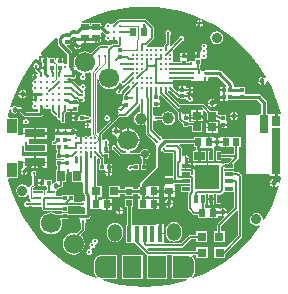
<source format=gtl>
G04 Layer_Physical_Order=1*
G04 Layer_Color=255*
%FSLAX25Y25*%
%MOIN*%
G70*
G01*
G75*
%ADD10R,0.06299X0.07480*%
%ADD11R,0.01575X0.05315*%
%ADD12R,0.04724X0.07480*%
%ADD13R,0.01378X0.01181*%
%ADD14R,0.02362X0.02520*%
%ADD15R,0.03150X0.03150*%
G04:AMPARAMS|DCode=16|XSize=9mil|YSize=9mil|CornerRadius=4.5mil|HoleSize=0mil|Usage=FLASHONLY|Rotation=0.000|XOffset=0mil|YOffset=0mil|HoleType=Round|Shape=RoundedRectangle|*
%AMROUNDEDRECTD16*
21,1,0.00900,0.00000,0,0,0.0*
21,1,0.00000,0.00900,0,0,0.0*
1,1,0.00900,0.00000,0.00000*
1,1,0.00900,0.00000,0.00000*
1,1,0.00900,0.00000,0.00000*
1,1,0.00900,0.00000,0.00000*
%
%ADD16ROUNDEDRECTD16*%
%ADD17R,0.02520X0.02362*%
%ADD18R,0.08268X0.08268*%
%ADD19R,0.01181X0.02835*%
%ADD20R,0.02835X0.01181*%
%ADD21R,0.02362X0.02165*%
%ADD22R,0.01260X0.01260*%
%ADD23R,0.01260X0.01260*%
%ADD24C,0.00866*%
%ADD25C,0.03937*%
%ADD26C,0.00709*%
%ADD27R,0.03543X0.05118*%
%ADD28R,0.07087X0.02953*%
%ADD29R,0.07087X0.02362*%
%ADD30R,0.02756X0.03543*%
%ADD31R,0.02756X0.15748*%
%ADD32R,0.02756X0.05906*%
%ADD33C,0.06693*%
%ADD34R,0.01181X0.01378*%
%ADD35R,0.03347X0.01102*%
%ADD36R,0.02953X0.01102*%
%ADD37C,0.01043*%
%ADD38C,0.01083*%
%ADD39R,0.02795X0.03622*%
%ADD40R,0.02953X0.02559*%
%ADD41C,0.01000*%
%ADD42C,0.00500*%
%ADD43C,0.00700*%
%ADD44C,0.00600*%
%ADD45C,0.00800*%
%ADD46C,0.00400*%
%ADD47C,0.00300*%
%ADD48C,0.01100*%
%ADD49O,0.04921X0.05906*%
%ADD50O,0.04823X0.07480*%
%ADD51C,0.03598*%
%ADD52C,0.01800*%
%ADD53C,0.01300*%
%ADD54C,0.01000*%
%ADD55C,0.02800*%
G36*
X4074Y46564D02*
X8117Y46032D01*
X12098Y45149D01*
X15987Y43923D01*
X18270Y42977D01*
X18652Y42705D01*
X18550Y42371D01*
Y41450D01*
X19423D01*
X19383Y41649D01*
X19129Y42029D01*
X18975Y42132D01*
X18975Y42132D01*
X18929Y42163D01*
X18929Y42163D01*
X18929Y42164D01*
X18931Y42168D01*
X18932Y42169D01*
X19116Y42513D01*
X19578Y42435D01*
X19754Y42362D01*
X23371Y40479D01*
X26810Y38289D01*
X30045Y35806D01*
X33051Y33051D01*
X35806Y30045D01*
X38289Y26810D01*
X40479Y23371D01*
X40538Y23258D01*
X40154Y22913D01*
X39846Y23119D01*
X39550Y23178D01*
Y21800D01*
Y20422D01*
X39846Y20481D01*
X40309Y20791D01*
X40619Y21254D01*
X40727Y21800D01*
X40724Y21819D01*
X41200Y21987D01*
X42362Y19754D01*
X43923Y15987D01*
X45149Y12098D01*
X45306Y11390D01*
X44993Y11000D01*
X41987D01*
X41951Y11000D01*
X41951Y11000D01*
X41951Y11000D01*
X41951D01*
X41886Y10966D01*
X41570Y10800D01*
X41570D01*
X41089Y10800D01*
X40962D01*
Y14608D01*
X40881Y15018D01*
X40649Y15365D01*
X38757Y17257D01*
X38410Y17489D01*
X38000Y17571D01*
X33682D01*
X33489Y17990D01*
X33489Y18071D01*
Y18585D01*
X33552Y18900D01*
X33489Y19215D01*
Y19772D01*
X33066D01*
X32891Y19889D01*
X32481Y19971D01*
X29673D01*
Y20698D01*
X29673Y20698D01*
X29591Y21107D01*
X29359Y21455D01*
X29359Y21455D01*
X25632Y25182D01*
X25284Y25414D01*
X24875Y25496D01*
X20137D01*
X19727Y25414D01*
X19661Y25370D01*
X18764D01*
Y25532D01*
X18677Y25742D01*
X18589Y25952D01*
X18395Y26147D01*
Y27168D01*
X18730D01*
Y28672D01*
Y28755D01*
X18930Y29172D01*
X19430Y29372D01*
X19529Y29305D01*
X19900Y29231D01*
X20271Y29305D01*
X20585Y29515D01*
X20795Y29829D01*
X20869Y30200D01*
X20795Y30571D01*
X20726Y30674D01*
X20592Y30920D01*
X20687Y31418D01*
X20695Y31429D01*
X20769Y31800D01*
X20695Y32171D01*
X20607Y32302D01*
X20585Y32815D01*
X20795Y33129D01*
X20869Y33500D01*
X20795Y33871D01*
X20585Y34185D01*
X20271Y34395D01*
X19900Y34469D01*
X19529Y34395D01*
X19215Y34185D01*
X19005Y33871D01*
X18931Y33500D01*
X19005Y33129D01*
X19093Y32998D01*
X19115Y32485D01*
X18990Y32297D01*
X18905Y32171D01*
X18843Y31856D01*
X18843D01*
Y31856D01*
X18551Y31458D01*
X18530Y31432D01*
X18451D01*
X18050D01*
Y30302D01*
X17800D01*
Y30052D01*
X16670D01*
Y29445D01*
X16670Y29262D01*
Y29172D01*
X16760Y28984D01*
X16685Y28773D01*
X16618Y28725D01*
X16097Y28610D01*
X15971Y28695D01*
X15600Y28769D01*
X15229Y28695D01*
X14915Y28485D01*
X14865Y28410D01*
X14455Y28344D01*
X14304Y28364D01*
X14117Y28738D01*
X14230Y28972D01*
Y29062D01*
X14230Y29245D01*
Y29852D01*
X11970D01*
Y29245D01*
X11970Y29062D01*
Y28972D01*
X12083Y28738D01*
X11875Y28322D01*
X11767Y28238D01*
X9387D01*
Y32168D01*
X12258Y35040D01*
X12300Y35031D01*
X12671Y35105D01*
X12985Y35315D01*
X13195Y35629D01*
X13269Y36000D01*
X13195Y36371D01*
X12985Y36685D01*
X12671Y36895D01*
X12300Y36969D01*
X11929Y36895D01*
X11615Y36685D01*
X11405Y36371D01*
X11331Y36000D01*
X11340Y35958D01*
X8962Y33580D01*
X8744Y33614D01*
X8727Y33626D01*
X8615Y33770D01*
X8471Y34163D01*
X8549Y34351D01*
Y37191D01*
X8585Y37215D01*
X8795Y37529D01*
X8869Y37900D01*
X8795Y38271D01*
X8585Y38585D01*
X8271Y38795D01*
X7900Y38869D01*
X7529Y38795D01*
X7215Y38585D01*
X7005Y38271D01*
X6931Y37900D01*
X7005Y37529D01*
X7215Y37215D01*
X7251Y37191D01*
Y34620D01*
X6565Y33935D01*
X6375Y33476D01*
Y33382D01*
X956D01*
X857Y33882D01*
X971Y33929D01*
X2921Y35879D01*
X3008Y36090D01*
X3095Y36300D01*
Y39700D01*
X2921Y40121D01*
X721Y42321D01*
X300Y42495D01*
X-8568D01*
X-8989Y42321D01*
X-10102Y41209D01*
X-10200Y41228D01*
X-10567Y41155D01*
X-10878Y40947D01*
X-10879Y40947D01*
Y40947D01*
X-11480Y40948D01*
X-11484Y40953D01*
X-11798Y41163D01*
X-12168Y41237D01*
X-12539Y41163D01*
X-12853Y40953D01*
X-13063Y40639D01*
X-13132Y40293D01*
X-13234Y40225D01*
X-13605Y40059D01*
X-13934Y40388D01*
X-14199Y40565D01*
X-14511Y40627D01*
X-14640Y41096D01*
Y41292D01*
X-17760D01*
Y40627D01*
X-18340D01*
Y41292D01*
X-20727D01*
X-20850Y41792D01*
X-19754Y42362D01*
X-15987Y43923D01*
X-12098Y45149D01*
X-8117Y46032D01*
X-4074Y46564D01*
X0Y46742D01*
X4074Y46564D01*
D02*
G37*
G36*
X-13577Y37723D02*
X-13312Y37546D01*
X-13041Y37492D01*
X-12952Y37332D01*
X-12949Y37321D01*
X-12875Y36984D01*
X-13063Y36702D01*
X-13137Y36331D01*
X-13063Y35961D01*
X-12853Y35647D01*
X-12539Y35437D01*
X-12168Y35363D01*
X-11798Y35437D01*
X-11484Y35647D01*
X-10956Y35581D01*
X-10934Y35569D01*
X-10606Y35351D01*
X-10450Y35320D01*
Y36331D01*
X-9950D01*
Y35320D01*
X-9794Y35351D01*
X-9459Y35574D01*
X-9448Y35581D01*
X-9327Y35597D01*
X-8827Y35167D01*
Y34295D01*
X-10500D01*
X-10711Y34208D01*
X-10921Y34121D01*
X-11218Y33824D01*
X-11823Y33877D01*
X-12088Y34054D01*
X-12400Y34116D01*
X-12712Y34054D01*
X-12949Y33895D01*
X-14800D01*
X-15010Y33808D01*
X-15221Y33721D01*
X-17832Y31110D01*
X-18061Y31285D01*
X-18948Y31653D01*
X-19900Y31778D01*
X-20852Y31653D01*
X-21739Y31285D01*
X-22501Y30701D01*
X-23085Y29939D01*
X-23453Y29052D01*
X-23578Y28100D01*
X-23453Y27148D01*
X-23287Y26747D01*
X-23710Y26464D01*
X-24084Y26838D01*
Y31200D01*
X-24146Y31512D01*
X-24323Y31777D01*
X-24323Y31777D01*
X-25955Y33408D01*
X-25763Y33870D01*
X-24870D01*
Y34411D01*
X-24530Y34770D01*
X-23457D01*
X-23445Y34758D01*
X-23235Y34270D01*
X-23383Y34049D01*
X-23423Y33850D01*
X-21177D01*
X-21209Y34008D01*
X-21202Y34072D01*
X-20922Y34508D01*
X-20150D01*
Y36189D01*
X-19650D01*
Y34508D01*
X-18460D01*
X-18140Y34508D01*
X-18050D01*
X-17960D01*
X-17640Y34508D01*
X-16450D01*
Y36189D01*
X-16200D01*
Y36439D01*
X-14440D01*
Y37870D01*
X-14413Y37904D01*
X-13986Y38133D01*
X-13577Y37723D01*
D02*
G37*
G36*
X-34650Y28471D02*
X-34353Y28227D01*
Y27922D01*
X-34353Y27511D01*
X-34353Y27511D01*
X-34353D01*
X-34332Y27430D01*
Y27430D01*
X-34332Y26931D01*
Y26550D01*
X-33202D01*
Y26050D01*
X-34332D01*
Y25828D01*
X-34794Y25636D01*
X-35398Y26240D01*
X-35205Y26529D01*
X-35131Y26900D01*
X-35205Y27271D01*
X-35415Y27585D01*
X-35729Y27795D01*
X-36100Y27869D01*
X-36471Y27795D01*
X-36785Y27585D01*
X-36995Y27271D01*
X-37069Y26900D01*
X-36995Y26529D01*
X-36785Y26215D01*
X-36695Y26155D01*
Y26100D01*
X-36521Y25679D01*
X-35457Y24615D01*
X-35476Y24528D01*
X-35961Y24275D01*
X-36123Y24384D01*
X-36271Y24413D01*
Y23421D01*
X-36521D01*
Y23171D01*
X-37513D01*
X-37484Y23023D01*
X-37258Y22685D01*
X-37247Y22678D01*
X-37186Y22117D01*
X-37389Y21812D01*
X-37461Y21453D01*
X-37389Y21093D01*
X-37186Y20788D01*
X-37156Y20769D01*
Y20168D01*
X-37186Y20149D01*
X-37389Y19844D01*
X-37461Y19484D01*
X-37389Y19125D01*
X-37186Y18820D01*
X-37247Y18259D01*
X-37258Y18252D01*
X-37484Y17914D01*
X-37513Y17766D01*
X-36521D01*
Y17266D01*
X-37513D01*
X-37484Y17117D01*
X-37258Y16779D01*
Y16284D01*
X-37484Y15946D01*
X-37513Y15797D01*
X-36521D01*
Y15297D01*
X-37513D01*
X-37484Y15149D01*
X-37258Y14811D01*
X-37247Y14804D01*
X-37186Y14243D01*
X-37389Y13938D01*
X-37461Y13579D01*
X-37389Y13219D01*
X-37186Y12914D01*
X-36881Y12711D01*
X-36521Y12639D01*
X-36162Y12711D01*
X-35868Y12907D01*
X-35795Y12893D01*
X-35368Y12745D01*
Y11663D01*
X-39509D01*
X-40723Y12877D01*
X-40988Y13054D01*
X-41300Y13116D01*
X-41300Y13116D01*
X-42402D01*
X-42435Y13165D01*
X-42832Y13430D01*
X-43300Y13523D01*
X-43768Y13430D01*
X-44165Y13165D01*
X-44172Y13155D01*
X-44754Y13184D01*
X-44787Y13246D01*
X-43923Y15987D01*
X-42362Y19754D01*
X-40479Y23371D01*
X-38289Y26810D01*
X-36430Y29232D01*
X-35855Y29160D01*
X-35729Y28971D01*
X-35349Y28717D01*
X-35150Y28677D01*
Y29800D01*
X-34650D01*
Y28471D01*
D02*
G37*
G36*
X-29322Y36178D02*
X-29016Y35966D01*
Y34500D01*
X-29016Y34500D01*
X-28954Y34188D01*
X-28777Y33923D01*
X-25716Y30862D01*
Y27853D01*
X-26216Y27586D01*
X-26229Y27595D01*
X-26600Y27669D01*
X-26670Y27655D01*
X-27170Y28017D01*
Y28250D01*
X-28300D01*
Y28500D01*
X-28550D01*
Y29630D01*
X-29430D01*
Y29087D01*
X-29930Y28820D01*
X-30009Y28873D01*
Y29689D01*
X-31791D01*
X-31791Y29689D01*
Y29689D01*
X-31791Y29689D01*
X-32172Y29889D01*
X-32172Y29889D01*
X-32208Y29889D01*
X-33012D01*
Y28700D01*
X-33512D01*
Y29889D01*
X-33745D01*
X-33817Y30249D01*
X-34071Y30629D01*
X-34395Y30845D01*
X-34470Y30979D01*
X-34552Y31413D01*
X-33051Y33051D01*
X-30045Y35806D01*
X-29501Y36224D01*
X-29322Y36178D01*
D02*
G37*
G36*
X-22501Y25499D02*
X-21739Y24915D01*
X-20984Y24602D01*
X-20973Y24177D01*
X-20985Y24085D01*
X-21285Y23885D01*
X-21495Y23571D01*
X-21569Y23200D01*
X-21495Y22829D01*
X-21285Y22515D01*
X-20971Y22305D01*
X-20600Y22231D01*
X-20229Y22305D01*
X-19915Y22515D01*
X-19705Y22829D01*
X-19631Y23200D01*
X-19705Y23571D01*
X-19915Y23885D01*
X-19980Y23928D01*
X-19927Y24258D01*
X-19832Y24431D01*
X-18948Y24547D01*
X-18241Y24840D01*
X-17816Y24620D01*
X-17741Y24530D01*
Y9935D01*
X-18241Y9886D01*
X-18246Y9912D01*
X-18423Y10177D01*
X-18688Y10354D01*
X-19000Y10416D01*
X-19268Y10362D01*
X-19302Y10367D01*
X-19768Y10530D01*
X-19768Y10530D01*
D01*
X-19768D01*
X-20230Y10530D01*
X-21272D01*
X-21355D01*
X-21772Y10730D01*
X-21862D01*
X-22045Y10730D01*
X-22652D01*
Y9600D01*
Y8470D01*
X-22045D01*
X-21862Y8470D01*
X-21772D01*
X-21355Y8670D01*
X-21272D01*
X-20230D01*
X-19768Y8670D01*
X-19768D01*
X-19768D01*
X-19768Y8670D01*
X-19302Y8833D01*
X-19268Y8838D01*
X-19000Y8784D01*
X-18688Y8846D01*
X-18423Y9023D01*
X-18246Y9288D01*
X-18241Y9314D01*
X-17741Y9265D01*
Y7916D01*
X-18241Y7764D01*
X-18279Y7821D01*
X-18610Y8042D01*
X-18750Y8070D01*
Y7100D01*
Y6130D01*
X-18610Y6158D01*
X-18279Y6379D01*
X-18241Y6436D01*
X-17741Y6284D01*
Y4110D01*
X-17741Y4110D01*
X-17722Y4064D01*
X-18001Y3650D01*
X-18073Y3605D01*
X-18318Y3556D01*
X-18491Y3440D01*
X-18566Y3390D01*
X-18566Y3390D01*
X-19059D01*
X-19059Y3390D01*
X-19134Y3440D01*
X-19307Y3556D01*
X-19600Y3614D01*
X-19893Y3556D01*
X-19931Y3530D01*
X-20141Y3390D01*
X-20598Y3607D01*
X-20804Y3745D01*
X-20925Y3768D01*
Y2850D01*
X-21425D01*
Y3768D01*
X-21545Y3745D01*
X-21752Y3607D01*
X-22209Y3390D01*
X-22418Y3530D01*
X-22457Y3556D01*
X-22613Y3587D01*
X-22817Y3952D01*
X-22848Y4105D01*
X-22681Y4354D01*
X-22622Y4650D01*
X-24000D01*
Y4900D01*
X-24250D01*
Y6278D01*
X-24546Y6219D01*
X-25009Y5909D01*
X-25011Y5907D01*
X-25211Y5772D01*
Y5772D01*
X-26150D01*
Y4681D01*
X-26650D01*
Y5772D01*
X-27111D01*
X-27589Y5772D01*
X-27600D01*
X-27611D01*
X-28089Y5772D01*
X-28550D01*
Y4681D01*
X-28800D01*
Y4431D01*
X-29989D01*
Y3627D01*
X-29989Y3593D01*
Y3591D01*
X-29789Y3173D01*
X-29789Y3091D01*
Y2536D01*
X-30200Y2116D01*
X-30512Y2054D01*
X-30777Y1877D01*
X-30954Y1612D01*
X-31016Y1300D01*
X-30954Y988D01*
X-30777Y723D01*
X-30512Y546D01*
X-30200Y484D01*
X-29888Y546D01*
X-29872Y557D01*
X-29564Y446D01*
X-29425Y341D01*
X-29381Y284D01*
X-29372Y262D01*
Y-989D01*
X-29076D01*
Y-2210D01*
X-29389D01*
Y-3991D01*
X-27411D01*
Y-3991D01*
X-26956Y-4029D01*
X-26952Y-4535D01*
X-27411Y-4572D01*
Y-4572D01*
X-29389D01*
Y-6353D01*
X-29063D01*
Y-7689D01*
X-29653D01*
Y-11887D01*
X-30068Y-11970D01*
X-30465Y-12235D01*
X-30528Y-12329D01*
X-31028Y-12178D01*
Y-11011D01*
X-32691D01*
X-32773Y-11011D01*
X-33191Y-10811D01*
X-33193D01*
X-33227Y-10811D01*
X-34031D01*
Y-12000D01*
Y-13189D01*
X-33227D01*
X-33193Y-13189D01*
X-33191D01*
X-33014Y-13104D01*
X-32537Y-13379D01*
X-32514Y-13416D01*
Y-14280D01*
X-33113D01*
Y-15749D01*
X-33113Y-15983D01*
Y-16005D01*
X-33184Y-16137D01*
X-33640Y-16037D01*
X-33693Y-15989D01*
X-33694Y-15983D01*
X-33694D01*
Y-14280D01*
X-37359D01*
Y-13724D01*
X-36617Y-12983D01*
X-36617Y-12983D01*
X-36459Y-12600D01*
Y-9681D01*
X-36315Y-9585D01*
X-36105Y-9271D01*
X-36031Y-8900D01*
X-36105Y-8529D01*
X-36315Y-8215D01*
X-36629Y-8005D01*
X-37000Y-7931D01*
X-37371Y-8005D01*
X-37685Y-8215D01*
X-37895Y-8529D01*
X-37969Y-8900D01*
X-37895Y-9271D01*
X-37685Y-9585D01*
X-37541Y-9681D01*
Y-12376D01*
X-38283Y-13117D01*
X-38416Y-13440D01*
X-38653Y-13523D01*
X-38941Y-13554D01*
X-39186Y-13186D01*
X-39881Y-12723D01*
X-40700Y-12560D01*
X-41519Y-12723D01*
X-42213Y-13186D01*
X-42677Y-13881D01*
X-42840Y-14700D01*
X-42677Y-15519D01*
X-42213Y-16214D01*
X-41519Y-16677D01*
X-40700Y-16840D01*
X-39881Y-16677D01*
X-39186Y-16214D01*
X-38941Y-15846D01*
X-38441Y-15998D01*
Y-17200D01*
X-38283Y-17583D01*
X-38063Y-17674D01*
X-37870Y-18118D01*
X-37861Y-18241D01*
X-38019Y-18463D01*
X-38034Y-18473D01*
X-38576D01*
X-38615Y-18415D01*
X-38929Y-18205D01*
X-39300Y-18131D01*
X-39671Y-18205D01*
X-39985Y-18415D01*
X-40195Y-18729D01*
X-40269Y-19100D01*
X-40195Y-19471D01*
X-39985Y-19785D01*
X-39671Y-19995D01*
X-39300Y-20069D01*
X-38929Y-19995D01*
X-38615Y-19785D01*
X-38534Y-19664D01*
X-37640D01*
Y-19920D01*
X-34195D01*
Y-20700D01*
X-34021Y-21121D01*
X-33600Y-21295D01*
X-27589D01*
Y-21610D01*
X-25611D01*
Y-19828D01*
X-25179Y-19664D01*
X-21276D01*
X-21216Y-19753D01*
X-20902Y-19963D01*
X-20532Y-20037D01*
X-20216Y-19974D01*
X-20107Y-20000D01*
X-19716Y-20267D01*
Y-22265D01*
X-25611D01*
Y-22190D01*
X-27589D01*
Y-22265D01*
X-28781D01*
X-28781Y-22265D01*
X-29093Y-22328D01*
X-29199Y-22398D01*
X-29228Y-22417D01*
X-29361Y-22315D01*
X-30248Y-21947D01*
X-31200Y-21822D01*
X-32152Y-21947D01*
X-33039Y-22315D01*
X-33801Y-22899D01*
X-34385Y-23661D01*
X-34753Y-24548D01*
X-34878Y-25500D01*
X-34753Y-26452D01*
X-34385Y-27339D01*
X-33801Y-28101D01*
X-33039Y-28685D01*
X-32152Y-29053D01*
X-31200Y-29178D01*
X-30248Y-29053D01*
X-29361Y-28685D01*
X-28599Y-28101D01*
X-28015Y-27339D01*
X-27647Y-26452D01*
X-27522Y-25500D01*
X-27647Y-24548D01*
X-27698Y-24427D01*
X-27345Y-23972D01*
X-25611D01*
Y-23897D01*
X-21739D01*
X-21501Y-24225D01*
X-21440Y-24397D01*
X-21500Y-24700D01*
X-21427Y-25071D01*
X-21216Y-25385D01*
X-21127Y-25445D01*
Y-27485D01*
X-22465Y-28823D01*
X-22648Y-28747D01*
X-23600Y-28622D01*
X-24552Y-28747D01*
X-25439Y-29115D01*
X-26201Y-29699D01*
X-26785Y-30461D01*
X-27153Y-31348D01*
X-27278Y-32300D01*
X-27153Y-33252D01*
X-26785Y-34139D01*
X-26201Y-34901D01*
X-25439Y-35485D01*
X-24552Y-35853D01*
X-23600Y-35978D01*
X-22648Y-35853D01*
X-21761Y-35485D01*
X-20999Y-34901D01*
X-20415Y-34139D01*
X-20047Y-33252D01*
X-19922Y-32300D01*
X-20047Y-31348D01*
X-20415Y-30461D01*
X-20999Y-29699D01*
X-21071Y-29644D01*
X-21104Y-29146D01*
X-20111Y-28152D01*
X-20060Y-28029D01*
X-19936Y-27732D01*
Y-25445D01*
X-19847Y-25385D01*
X-19637Y-25071D01*
X-19563Y-24700D01*
X-19623Y-24397D01*
X-19620Y-24387D01*
X-19508Y-24215D01*
X-19259Y-23994D01*
X-18981Y-24050D01*
X-18610Y-23976D01*
X-18296Y-23766D01*
X-18086Y-23452D01*
X-18012Y-23081D01*
X-18084Y-22720D01*
Y-20778D01*
X-17592Y-20760D01*
X-17592Y-20760D01*
X-17592Y-20760D01*
X-14670D01*
X-14630Y-20760D01*
X-14170Y-20857D01*
Y-20960D01*
X-12739D01*
Y-19200D01*
Y-17440D01*
X-14170D01*
Y-17543D01*
X-14170D01*
X-14630Y-17640D01*
X-14670Y-17640D01*
X-15457D01*
Y-16675D01*
X-14178D01*
Y-12925D01*
X-15855D01*
Y-4019D01*
X-15660Y-3895D01*
X-15298Y-3869D01*
X-14876Y-4291D01*
Y-5811D01*
X-15172D01*
Y-7789D01*
X-13510D01*
X-13427Y-7789D01*
X-13010Y-7989D01*
X-13052Y-8331D01*
X-10786D01*
X-10828Y-7989D01*
X-10828Y-7989D01*
X-10828Y-7989D01*
Y-7050D01*
X-11919D01*
Y-6800D01*
X-12169D01*
Y-5611D01*
X-12973D01*
X-13008Y-5611D01*
X-13010D01*
X-13186Y-5696D01*
X-13663Y-5421D01*
X-13686Y-5384D01*
Y-4044D01*
X-13571Y-3872D01*
X-11811D01*
Y-2090D01*
X-13390D01*
X-13451Y-2010D01*
X-13205Y-1521D01*
X-13185Y-1510D01*
X-11811D01*
Y272D01*
X-12137D01*
Y1000D01*
X-12115Y1015D01*
X-11905Y1329D01*
X-11831Y1700D01*
X-11905Y2071D01*
X-12115Y2385D01*
X-12429Y2595D01*
X-12800Y2669D01*
X-13171Y2595D01*
X-13485Y2385D01*
X-13605Y2206D01*
X-14105Y2357D01*
Y4153D01*
X-8353Y9905D01*
X-6400D01*
X-5979Y10079D01*
X-2004Y14055D01*
X-1916Y14265D01*
X-1445Y14096D01*
Y11684D01*
X-2185Y11537D01*
X-2936Y11035D01*
X-3437Y10285D01*
X-3613Y9400D01*
X-3437Y8515D01*
X-2936Y7764D01*
X-2185Y7263D01*
X-1300Y7087D01*
X-415Y7263D01*
X119Y7620D01*
X619Y7357D01*
Y4332D01*
X809Y3872D01*
X3310Y1372D01*
X3346Y1188D01*
X3523Y923D01*
X3788Y746D01*
X3851Y677D01*
X4001Y194D01*
X3946Y112D01*
X3884Y-200D01*
X3884Y-200D01*
Y-6662D01*
X-1188Y-11734D01*
X-1364Y-11999D01*
X-1427Y-12311D01*
X-1427Y-12311D01*
Y-13340D01*
X-2092D01*
Y-14084D01*
X-3719D01*
Y-13547D01*
X-6681D01*
Y-14084D01*
X-8272D01*
Y-12925D01*
X-12022D01*
Y-16675D01*
X-8272D01*
Y-15716D01*
X-6681D01*
Y-16313D01*
X-3719D01*
Y-15716D01*
X-2092D01*
Y-16460D01*
X-1427D01*
Y-17540D01*
X-2092D01*
Y-20660D01*
X830D01*
X870Y-20660D01*
X1330Y-20757D01*
Y-20860D01*
X2761D01*
Y-19100D01*
Y-17340D01*
X1330D01*
Y-17443D01*
X1330D01*
X870Y-17540D01*
X830Y-17540D01*
X205D01*
Y-16813D01*
X558Y-16460D01*
X830D01*
X870Y-16460D01*
X1330Y-16557D01*
Y-16660D01*
X2761D01*
Y-14900D01*
Y-13140D01*
X1330D01*
Y-13243D01*
X1330D01*
X870Y-13340D01*
X830Y-13340D01*
X205D01*
Y-12649D01*
X5277Y-7577D01*
X5277Y-7577D01*
X5383Y-7418D01*
X5454Y-7312D01*
X5516Y-7000D01*
Y-1748D01*
X6016Y-1505D01*
X6088Y-1554D01*
X6272Y-1590D01*
X6441Y-1759D01*
X6900Y-1949D01*
X9551D01*
Y-9808D01*
X6740D01*
Y-12730D01*
X6740Y-12770D01*
X6643Y-13230D01*
X6540D01*
Y-14661D01*
X10060D01*
Y-13230D01*
X9957D01*
Y-13230D01*
X9860Y-12770D01*
X10018Y-12295D01*
X11998D01*
Y-12370D01*
X15221D01*
Y-13148D01*
X11998D01*
Y-14929D01*
X14545D01*
X14752Y-15429D01*
X14541Y-15641D01*
X14351Y-16100D01*
Y-20500D01*
X14541Y-20959D01*
X16141Y-22559D01*
X16275Y-22615D01*
X16600Y-22749D01*
X17808D01*
Y-23660D01*
X20730D01*
X20770Y-23660D01*
X21230Y-23757D01*
Y-23860D01*
X22661D01*
Y-22100D01*
Y-20340D01*
X21230D01*
Y-20443D01*
X21230D01*
X20770Y-20540D01*
X20730Y-20540D01*
X20532D01*
X20203Y-20040D01*
X20270Y-19880D01*
Y-19102D01*
X20511D01*
Y-15814D01*
X21089D01*
Y-17135D01*
X23270D01*
Y-15814D01*
X23848D01*
Y-19102D01*
X25629D01*
Y-15722D01*
X25805Y-15605D01*
X26405Y-15005D01*
X26455Y-14929D01*
X29802D01*
X29851Y-15409D01*
Y-20231D01*
X27827Y-22255D01*
X27366Y-22008D01*
X27378Y-21950D01*
X26250D01*
Y-23078D01*
X26308Y-23066D01*
X26555Y-23527D01*
X24494Y-25588D01*
X24303Y-26047D01*
Y-28125D01*
X23078D01*
Y-31875D01*
X26828D01*
Y-28125D01*
X25602D01*
Y-26316D01*
X30751Y-21168D01*
X31251Y-21375D01*
Y-29531D01*
X27407Y-33375D01*
X26928Y-33425D01*
Y-33425D01*
X26928Y-33425D01*
X23178D01*
Y-37175D01*
X26928D01*
Y-35691D01*
X32359Y-30259D01*
X32415Y-30125D01*
X32549Y-29800D01*
Y-9900D01*
X32415Y-9575D01*
X32359Y-9441D01*
X31380Y-8461D01*
X30920Y-8271D01*
X29802D01*
Y-8030D01*
X26614D01*
Y-7252D01*
X29802D01*
Y-5529D01*
X31116Y-4216D01*
X31270Y-3984D01*
X31325Y-3711D01*
Y40D01*
X32092D01*
Y3160D01*
X29130D01*
Y3160D01*
X28670Y3257D01*
Y3360D01*
X27239D01*
Y1600D01*
Y-160D01*
X28670D01*
Y-57D01*
X29130Y40D01*
Y40D01*
X29897D01*
Y-2301D01*
X25629D01*
Y-1298D01*
X23848D01*
Y-4732D01*
X25629D01*
Y-3729D01*
X28931D01*
X29122Y-4191D01*
X27842Y-5471D01*
X26368D01*
Y-5471D01*
X25992Y-5627D01*
X25534Y-5566D01*
Y-5566D01*
X25534Y-5566D01*
X21150D01*
Y-10200D01*
X20650D01*
Y-5566D01*
X16266D01*
Y-9172D01*
X15822Y-9430D01*
X15432Y-9240D01*
Y-8030D01*
X12531D01*
X12274Y-7530D01*
X12330Y-7452D01*
X13465D01*
Y-6361D01*
X13715D01*
Y-6111D01*
X15632D01*
Y-5271D01*
X14618D01*
X14467Y-4771D01*
X14529Y-4729D01*
X14783Y-4349D01*
X14823Y-4150D01*
X13700D01*
Y-3900D01*
X13450D01*
Y-2777D01*
X13251Y-2817D01*
X12924Y-3035D01*
X12684Y-2974D01*
X12424Y-2839D01*
Y-675D01*
X12234Y-216D01*
X11545Y473D01*
X11752Y973D01*
X16308D01*
Y40D01*
X16973D01*
Y-489D01*
X16973Y-489D01*
X17036Y-801D01*
X16766Y-1298D01*
X16171D01*
Y-4732D01*
X17952D01*
Y-1416D01*
X17955Y-1416D01*
X18730D01*
Y-4732D01*
X20511D01*
Y-1416D01*
X21289D01*
Y-4732D01*
X23070D01*
Y-1298D01*
X22995D01*
Y-679D01*
X22991Y-660D01*
X22994Y-647D01*
X23092Y-160D01*
D01*
X23393Y216D01*
X23592Y322D01*
X23654Y281D01*
X23950Y222D01*
Y1600D01*
Y2978D01*
X23654Y2919D01*
X23592Y2878D01*
X23092Y3145D01*
Y3360D01*
X21661D01*
Y1600D01*
X21161D01*
Y3360D01*
X19730D01*
Y3257D01*
X19270Y3160D01*
X19270Y3160D01*
X19270Y3160D01*
X16308D01*
Y2605D01*
X6689D01*
X6689Y2605D01*
X6377Y2543D01*
X6268Y2580D01*
X5892Y2820D01*
X5854Y3012D01*
X5677Y3277D01*
X5412Y3454D01*
X5228Y3490D01*
X2949Y5769D01*
Y8438D01*
X3311Y8692D01*
X3449Y8734D01*
X3700Y8684D01*
X4012Y8746D01*
X4249Y8905D01*
X5706D01*
X5763Y8615D01*
X6265Y7864D01*
X7015Y7363D01*
X7900Y7187D01*
X8785Y7363D01*
X9535Y7864D01*
X10037Y8615D01*
X10213Y9500D01*
X10037Y10385D01*
X9535Y11135D01*
X8785Y11637D01*
X7900Y11813D01*
X7015Y11637D01*
X6265Y11135D01*
X5763Y10385D01*
X5706Y10095D01*
X4249D01*
X4012Y10254D01*
X3700Y10316D01*
X3449Y10266D01*
X3311Y10308D01*
X2949Y10562D01*
Y13168D01*
X3650D01*
Y14298D01*
X3900D01*
Y14548D01*
X5030D01*
Y15428D01*
X5030D01*
X4830Y15573D01*
Y17021D01*
X5330Y17228D01*
X11205Y11353D01*
Y9398D01*
X11379Y8977D01*
X12770Y7586D01*
Y6568D01*
X14630D01*
Y6902D01*
X15701D01*
Y4893D01*
X19254D01*
Y8052D01*
X16551D01*
X16452Y8093D01*
X14879D01*
X14830Y8572D01*
X14830Y8573D01*
X14830Y8573D01*
Y9452D01*
X13700D01*
Y9702D01*
X13450D01*
Y10832D01*
X12570D01*
X12395Y11260D01*
Y11600D01*
X12221Y12021D01*
X11637Y12605D01*
X11844Y13105D01*
X19059D01*
X19489Y12675D01*
X19427Y12539D01*
X19427Y12539D01*
X19320Y12306D01*
X19296Y12252D01*
X19277Y12212D01*
X19267Y12189D01*
X19229D01*
X19199D01*
X19031Y12189D01*
X18996D01*
X18996D01*
X17728D01*
Y10659D01*
X19454D01*
Y11732D01*
Y11732D01*
X19454Y11766D01*
X19454Y11935D01*
Y11965D01*
Y12002D01*
X19477Y12013D01*
X19517Y12031D01*
X19570Y12055D01*
X19804Y12162D01*
X19804Y12162D01*
X19940Y12224D01*
X20819Y11344D01*
Y8830D01*
X24372D01*
X24372Y8830D01*
X24636Y8898D01*
X25153Y8592D01*
X25170Y8428D01*
Y8427D01*
Y8338D01*
X25170Y8155D01*
Y7548D01*
X27430D01*
Y8155D01*
X27430Y8338D01*
Y8428D01*
X27230Y8845D01*
Y8928D01*
Y10432D01*
X25370D01*
X25370Y10432D01*
Y10432D01*
X24882Y10460D01*
X24511Y10830D01*
X24372Y10888D01*
Y11989D01*
X21858D01*
X19726Y14121D01*
X19305Y14295D01*
X11647D01*
X7725Y18216D01*
X7875Y18717D01*
X8646D01*
X11036Y16327D01*
X11251Y16183D01*
X11505Y16133D01*
X11670D01*
Y15865D01*
X13530D01*
Y15865D01*
X13750Y15949D01*
X14297Y15672D01*
X14305Y15629D01*
X14515Y15315D01*
X14829Y15105D01*
X15200Y15031D01*
X15571Y15105D01*
X15885Y15315D01*
X16095Y15629D01*
X16169Y16000D01*
X16095Y16371D01*
X15885Y16685D01*
X15571Y16895D01*
X15200Y16969D01*
X15174Y16963D01*
X14873Y17264D01*
X14658Y17408D01*
X14405Y17458D01*
X14136D01*
X13831Y17912D01*
X13865Y18028D01*
X14199Y18122D01*
X14419Y18139D01*
X14751Y17917D01*
X14950Y17877D01*
Y19000D01*
Y20123D01*
X14751Y20083D01*
X14371Y19829D01*
X14230Y19618D01*
X13730Y19770D01*
Y20130D01*
X12850D01*
Y19000D01*
X12600D01*
Y18750D01*
X11470D01*
Y18474D01*
X10970Y18267D01*
X9387Y19851D01*
Y20916D01*
X9404Y20942D01*
X9470Y21276D01*
X9404Y21609D01*
X9387Y21635D01*
Y22162D01*
X15314D01*
Y21945D01*
X19907Y21945D01*
X20137Y21899D01*
X20367Y21945D01*
X21023D01*
Y22521D01*
X21088Y22850D01*
X21088Y22855D01*
X21462Y23355D01*
X24431D01*
X27256Y20530D01*
X27049Y20030D01*
X27032D01*
X26648D01*
Y18900D01*
X26398D01*
Y18650D01*
X25268D01*
Y18130D01*
X25268Y17770D01*
Y17700D01*
Y17630D01*
X25268Y17270D01*
Y16750D01*
X26398D01*
Y16500D01*
X26648D01*
Y15370D01*
X27255D01*
X27438Y15370D01*
X27528D01*
X27945Y15570D01*
X28028D01*
X28104D01*
X28193Y15511D01*
X28602Y15429D01*
X37556D01*
X38821Y14165D01*
Y10800D01*
X38214D01*
Y10500D01*
X33789D01*
Y-9185D01*
X41597Y-9185D01*
X41951Y-9539D01*
Y-9685D01*
X45285D01*
X45597Y-10075D01*
X45177Y-11972D01*
X45098Y-12005D01*
X44536Y-11738D01*
X44519Y-11654D01*
X44209Y-11191D01*
X43746Y-10881D01*
X43450Y-10822D01*
Y-12200D01*
Y-13578D01*
X43746Y-13519D01*
X44209Y-13209D01*
X44332Y-13025D01*
X44788Y-13244D01*
X43923Y-15987D01*
X42362Y-19754D01*
X40479Y-23371D01*
X39804Y-24431D01*
X39332Y-24241D01*
X39340Y-24200D01*
X39177Y-23381D01*
X38713Y-22686D01*
X38019Y-22223D01*
X37200Y-22060D01*
X36381Y-22223D01*
X35686Y-22686D01*
X35223Y-23381D01*
X35060Y-24200D01*
X35223Y-25019D01*
X35686Y-25714D01*
X36381Y-26177D01*
X37200Y-26340D01*
X38019Y-26177D01*
X38158Y-26085D01*
X38523Y-26442D01*
X38289Y-26810D01*
X35806Y-30045D01*
X33051Y-33051D01*
X30045Y-35806D01*
X26810Y-38289D01*
X23371Y-40479D01*
X19754Y-42362D01*
X16158Y-43852D01*
X15905Y-43415D01*
X16107Y-43261D01*
X16542Y-42694D01*
X16815Y-42035D01*
X16908Y-41327D01*
Y-38669D01*
X16815Y-37962D01*
X16542Y-37302D01*
X16107Y-36735D01*
X15818Y-36514D01*
X15988Y-36014D01*
X17272D01*
Y-37175D01*
X21022D01*
Y-33425D01*
X17272D01*
Y-34586D01*
X1296D01*
X823Y-34114D01*
X1030Y-33614D01*
X12400D01*
X12673Y-33559D01*
X12905Y-33405D01*
X15596Y-30714D01*
X17172D01*
Y-31875D01*
X20922D01*
Y-28125D01*
X17172D01*
Y-29286D01*
X15300D01*
X15027Y-29341D01*
X14795Y-29495D01*
X12104Y-32186D01*
X6883D01*
X6406Y-32132D01*
X6406Y-31686D01*
Y-29224D01*
X5118D01*
Y-28974D01*
X4868D01*
Y-25817D01*
X4064D01*
X3892Y-25817D01*
X3831D01*
X3414Y-26017D01*
X3331D01*
X1587D01*
X1472Y-26017D01*
X1280D01*
X1087D01*
X972Y-26017D01*
X-1087D01*
X-1087Y-26017D01*
X-1087Y-26017D01*
X-1472D01*
Y-26017D01*
X-1472Y-26017D01*
X-3531D01*
X-3647Y-26017D01*
X-3802Y-26017D01*
X-3848Y-26009D01*
X-4240Y-25682D01*
X-4302Y-25581D01*
Y-20053D01*
X-3719D01*
Y-17287D01*
X-6681D01*
Y-20053D01*
X-5934D01*
Y-26017D01*
X-6205D01*
Y-31932D01*
X-4146D01*
X-4031Y-31932D01*
X-3839Y-31932D01*
X-3647D01*
X-3531Y-31932D01*
X-3235D01*
X-3218Y-32014D01*
X-3064Y-32246D01*
X162Y-35472D01*
X495Y-35805D01*
Y-35805D01*
X684Y-36234D01*
Y-44040D01*
X7583D01*
Y-36014D01*
X9149D01*
Y-44040D01*
X14010D01*
X14014Y-44545D01*
X12098Y-45149D01*
X8117Y-46032D01*
X4074Y-46564D01*
X0Y-46742D01*
X-4074Y-46564D01*
X-8117Y-46032D01*
X-12098Y-45149D01*
X-14009Y-44546D01*
X-13996Y-44040D01*
X-9149D01*
Y-35960D01*
X-13973D01*
D01*
X-13995Y-35960D01*
X-13995D01*
X-13995D01*
X-14012Y-35958D01*
X-14173Y-35936D01*
X-14473Y-35960D01*
Y-35975D01*
Y-35976D01*
Y-35976D01*
X-14881Y-36030D01*
X-15541Y-36303D01*
X-16107Y-36737D01*
X-16542Y-37304D01*
X-16815Y-37963D01*
X-16908Y-38671D01*
Y-41329D01*
X-16815Y-42037D01*
X-16542Y-42696D01*
X-16107Y-43262D01*
X-15911Y-43413D01*
X-16163Y-43850D01*
X-19754Y-42362D01*
X-23371Y-40479D01*
X-26810Y-38289D01*
X-30045Y-35806D01*
X-33051Y-33051D01*
X-35806Y-30045D01*
X-38289Y-26810D01*
X-40479Y-23371D01*
X-42362Y-19754D01*
X-43923Y-15987D01*
X-45149Y-12098D01*
X-45407Y-10932D01*
X-45094Y-10543D01*
X-42062D01*
Y-5162D01*
X-42062Y-4824D01*
X-41630Y-4662D01*
X-41630Y-4662D01*
X-41181D01*
X-41000Y-4587D01*
X-40500Y-4768D01*
X-40500Y-4768D01*
Y-4973D01*
X-36707D01*
Y-3246D01*
X-40356D01*
X-40500Y-3246D01*
X-40856Y-2900D01*
Y359D01*
X-40553Y543D01*
X-40300Y404D01*
Y-1881D01*
X-32613D01*
Y1081D01*
X-38270D01*
X-38531Y1400D01*
X-38605Y1771D01*
X-38723Y1946D01*
X-38544Y2396D01*
X-38501Y2446D01*
X-36707D01*
Y4173D01*
X-40500D01*
Y3968D01*
X-40500Y3968D01*
X-41000Y3787D01*
X-41181Y3862D01*
X-41630D01*
X-42062Y4024D01*
X-42062Y4362D01*
Y9742D01*
X-45272D01*
X-45585Y10132D01*
X-45149Y12098D01*
X-44945Y12746D01*
X-44460Y12622D01*
X-44524Y12300D01*
X-44430Y11832D01*
X-44165Y11435D01*
X-43768Y11170D01*
X-43300Y11077D01*
X-42832Y11170D01*
X-42435Y11435D01*
X-42402Y11484D01*
X-41638D01*
X-40424Y10271D01*
X-40424Y10271D01*
X-40265Y10165D01*
X-40159Y10094D01*
X-39847Y10032D01*
X-34553D01*
X-34241Y10094D01*
X-33976Y10271D01*
X-33799Y10535D01*
X-33737Y10847D01*
Y12745D01*
X-33311Y12893D01*
X-33237Y12907D01*
X-32944Y12711D01*
X-32584Y12639D01*
X-32225Y12711D01*
X-31920Y12914D01*
X-31479Y12694D01*
X-31249Y12465D01*
Y11992D01*
X-31059Y11532D01*
X-30394Y10868D01*
X-30358Y10684D01*
X-30181Y10419D01*
X-29916Y10242D01*
X-29604Y10180D01*
X-29214Y9798D01*
X-29151Y9486D01*
X-28975Y9221D01*
X-28710Y9044D01*
X-28398Y8982D01*
X-28012Y8596D01*
X-27949Y8284D01*
X-27773Y8019D01*
X-27508Y7842D01*
X-27196Y7780D01*
X-26884Y7842D01*
X-26619Y8019D01*
X-26442Y8284D01*
X-26380Y8596D01*
X-26442Y8908D01*
X-26546Y9064D01*
Y11135D01*
X-26219Y11462D01*
X-26192Y11528D01*
X-25816Y11642D01*
X-25504Y11580D01*
X-25192Y11642D01*
X-24955Y11801D01*
X-24089D01*
Y11728D01*
X-22111D01*
Y13509D01*
X-22111Y13509D01*
X-22111D01*
X-22111Y13510D01*
X-21911Y13891D01*
X-21911Y13891D01*
X-21911Y13927D01*
Y15005D01*
X-21761Y15105D01*
X-21249D01*
X-21012Y14946D01*
X-20700Y14884D01*
X-20388Y14946D01*
X-20123Y15123D01*
X-19946Y15388D01*
X-19884Y15700D01*
X-19946Y16012D01*
X-19959Y16030D01*
X-20084Y16394D01*
X-20049Y16500D01*
X-19960Y16769D01*
X-19960Y16769D01*
X-19951Y16784D01*
X-19932Y16879D01*
X-19919Y16943D01*
X-19911Y16984D01*
X-19888Y17096D01*
X-19951Y17408D01*
X-19951Y17408D01*
D01*
X-19957Y17440D01*
X-20023Y17746D01*
X-19957Y18052D01*
X-19951Y18084D01*
Y18084D01*
X-19951Y18084D01*
X-19888Y18396D01*
X-19912Y18512D01*
X-19919Y18548D01*
X-19931Y18610D01*
X-19951Y18708D01*
X-20124Y18967D01*
X-20127Y18973D01*
X-19861Y19396D01*
X-19705Y19629D01*
X-19631Y20000D01*
X-19705Y20371D01*
X-19915Y20685D01*
X-20229Y20895D01*
X-20600Y20969D01*
X-20971Y20895D01*
X-21285Y20685D01*
X-21465Y20415D01*
X-21549Y20360D01*
X-22025Y20267D01*
X-23632Y21874D01*
X-24053Y22048D01*
X-25646D01*
X-25849Y22535D01*
X-25837Y22567D01*
X-25580Y22826D01*
X-24592D01*
X-24585Y22815D01*
X-24271Y22605D01*
X-23900Y22531D01*
X-23529Y22605D01*
X-23215Y22815D01*
X-23005Y23129D01*
X-22931Y23500D01*
X-23005Y23871D01*
X-23084Y23989D01*
Y25439D01*
X-22954Y25535D01*
X-22600Y25629D01*
X-22501Y25499D01*
D02*
G37*
G36*
X-15353Y21948D02*
X-14985Y21061D01*
X-14401Y20299D01*
X-13639Y19715D01*
X-12752Y19347D01*
X-11800Y19222D01*
X-10848Y19347D01*
X-9961Y19715D01*
X-9199Y20299D01*
X-8615Y21061D01*
X-8482Y21382D01*
X-7962Y21330D01*
X-7954Y21288D01*
X-7777Y21023D01*
X-7536Y20863D01*
X-7510Y20837D01*
X-7381Y20311D01*
X-8336Y19356D01*
X-8400Y19369D01*
X-8771Y19295D01*
X-9085Y19085D01*
X-9295Y18771D01*
X-9369Y18400D01*
X-9295Y18029D01*
X-9085Y17715D01*
X-8771Y17505D01*
X-8400Y17431D01*
X-8029Y17505D01*
X-7715Y17715D01*
X-7505Y18029D01*
X-7431Y18400D01*
X-7461Y18547D01*
X-5445Y20562D01*
X-4984Y20371D01*
Y19558D01*
X-6721Y17821D01*
X-6895Y17400D01*
Y17132D01*
X-7230D01*
Y15628D01*
Y15545D01*
X-7430Y15128D01*
Y15038D01*
X-7430Y14855D01*
Y14248D01*
X-6300D01*
Y13748D01*
X-7584D01*
X-7798Y13573D01*
X-8246Y13483D01*
X-8627Y13229D01*
X-8881Y12849D01*
X-8920Y12650D01*
X-7798D01*
Y12150D01*
X-8920D01*
X-8881Y11951D01*
X-8627Y11571D01*
X-8622Y11492D01*
X-8733Y11040D01*
X-8898Y10972D01*
X-9021Y10921D01*
X-11201Y8741D01*
X-11606Y9043D01*
X-11525Y9193D01*
X-11505Y9229D01*
X-11505Y9230D01*
X-11502Y9244D01*
X-11500Y9256D01*
X-11431Y9600D01*
X-11505Y9971D01*
X-11715Y10285D01*
X-12029Y10495D01*
X-12400Y10569D01*
X-12771Y10495D01*
X-13085Y10285D01*
X-13295Y9971D01*
X-13369Y9600D01*
X-13295Y9229D01*
X-13085Y8915D01*
X-12771Y8705D01*
X-12400Y8631D01*
X-12056Y8700D01*
X-12044Y8702D01*
X-12030Y8705D01*
X-12029Y8705D01*
X-11989Y8727D01*
X-11843Y8806D01*
X-11541Y8401D01*
X-15121Y4821D01*
X-15138Y4779D01*
X-15679Y4632D01*
X-15959Y4856D01*
Y22722D01*
X-15459Y22755D01*
X-15353Y21948D01*
D02*
G37*
G36*
X-25350Y-8823D02*
X-25151Y-8783D01*
X-24771Y-8529D01*
X-24642Y-8336D01*
X-24142Y-8488D01*
Y-11911D01*
X-20746D01*
X-20416Y-12274D01*
Y-15250D01*
X-20416Y-15250D01*
X-20354Y-15562D01*
X-20177Y-15826D01*
X-19716Y-16287D01*
Y-17870D01*
X-20107Y-18137D01*
X-20216Y-18163D01*
X-20532Y-18100D01*
X-20902Y-18173D01*
X-21216Y-18383D01*
X-21276Y-18473D01*
X-23331D01*
X-23468Y-18030D01*
X-23468D01*
Y-16170D01*
X-25172D01*
X-25328Y-16170D01*
X-25328Y-16170D01*
X-25673D01*
Y-16170D01*
X-25673Y-16170D01*
X-27532D01*
Y-16505D01*
X-29069D01*
X-29378Y-16343D01*
X-29560Y-16005D01*
Y-15983D01*
X-29560Y-15749D01*
Y-14700D01*
Y-14672D01*
X-29322Y-14268D01*
X-29253Y-14254D01*
X-29132Y-14230D01*
X-28902Y-14077D01*
X-28735Y-13965D01*
X-28600Y-13763D01*
X-28200D01*
X-27946Y-13712D01*
X-27731Y-13569D01*
X-27487Y-13325D01*
X-27344Y-13110D01*
X-27293Y-12856D01*
Y-11911D01*
X-26258D01*
Y-9199D01*
X-25850Y-8907D01*
Y-7700D01*
X-25350D01*
Y-8823D01*
D02*
G37*
%LPC*%
G36*
X18050Y42323D02*
X17851Y42283D01*
X17471Y42029D01*
X17217Y41649D01*
X17177Y41450D01*
X18050D01*
Y42323D01*
D02*
G37*
G36*
X19423Y40950D02*
X18550D01*
Y40077D01*
X18749Y40117D01*
X19129Y40371D01*
X19383Y40751D01*
X19423Y40950D01*
D02*
G37*
G36*
X18050D02*
X17177D01*
X17217Y40751D01*
X17471Y40371D01*
X17851Y40117D01*
X18050Y40077D01*
Y40950D01*
D02*
G37*
G36*
X24100Y38440D02*
X23281Y38277D01*
X22587Y37813D01*
X22123Y37119D01*
X21960Y36300D01*
X22123Y35481D01*
X22587Y34786D01*
X23281Y34323D01*
X24100Y34160D01*
X24919Y34323D01*
X25613Y34786D01*
X26077Y35481D01*
X26240Y36300D01*
X26077Y37119D01*
X25613Y37813D01*
X24919Y38277D01*
X24100Y38440D01*
D02*
G37*
G36*
X17550Y31432D02*
X16670D01*
Y30552D01*
X17550D01*
Y31432D01*
D02*
G37*
G36*
X14230Y31232D02*
X13350D01*
Y30352D01*
X14230D01*
Y31232D01*
D02*
G37*
G36*
X12850D02*
X11970D01*
Y30352D01*
X12850D01*
Y31232D01*
D02*
G37*
G36*
X39050Y23178D02*
X38754Y23119D01*
X38291Y22809D01*
X37981Y22346D01*
X37922Y22050D01*
X39050D01*
Y23178D01*
D02*
G37*
G36*
Y21550D02*
X37922D01*
X37981Y21254D01*
X38291Y20791D01*
X38754Y20481D01*
X39050Y20422D01*
Y21550D01*
D02*
G37*
G36*
X-14440Y35939D02*
X-15950D01*
Y34508D01*
X-14440D01*
Y35939D01*
D02*
G37*
G36*
X-21177Y33350D02*
X-22050D01*
Y32477D01*
X-21851Y32517D01*
X-21471Y32771D01*
X-21217Y33151D01*
X-21177Y33350D01*
D02*
G37*
G36*
X-22550D02*
X-23423D01*
X-23383Y33151D01*
X-23129Y32771D01*
X-22749Y32517D01*
X-22550Y32477D01*
Y33350D01*
D02*
G37*
G36*
X-36771Y24413D02*
X-36920Y24384D01*
X-37258Y24158D01*
X-37484Y23820D01*
X-37513Y23671D01*
X-36771D01*
Y24413D01*
D02*
G37*
G36*
X-40434Y18893D02*
Y17766D01*
X-39307D01*
X-39366Y18062D01*
X-39675Y18525D01*
X-40138Y18835D01*
X-40434Y18893D01*
D02*
G37*
G36*
X-40934D02*
X-41230Y18835D01*
X-41694Y18525D01*
X-42003Y18062D01*
X-42062Y17766D01*
X-40934D01*
Y18893D01*
D02*
G37*
G36*
X-39307Y17266D02*
X-40434D01*
Y16138D01*
X-40138Y16197D01*
X-39675Y16506D01*
X-39366Y16970D01*
X-39307Y17266D01*
D02*
G37*
G36*
X-40934D02*
X-42062D01*
X-42003Y16970D01*
X-41694Y16506D01*
X-41230Y16197D01*
X-40934Y16138D01*
Y17266D01*
D02*
G37*
G36*
X-27170Y29630D02*
X-28050D01*
Y28750D01*
X-27170D01*
Y29630D01*
D02*
G37*
G36*
X15450Y20123D02*
Y19250D01*
X16323D01*
X16283Y19449D01*
X16029Y19829D01*
X15649Y20083D01*
X15450Y20123D01*
D02*
G37*
G36*
X12350Y20130D02*
X11470D01*
Y19250D01*
X12350D01*
Y20130D01*
D02*
G37*
G36*
X26148Y20030D02*
X25268D01*
Y19150D01*
X26148D01*
Y20030D01*
D02*
G37*
G36*
X16323Y18750D02*
X15450D01*
Y17877D01*
X15649Y17917D01*
X16029Y18171D01*
X16283Y18551D01*
X16323Y18750D01*
D02*
G37*
G36*
X26148Y16250D02*
X25268D01*
Y15370D01*
X26148D01*
Y16250D01*
D02*
G37*
G36*
X22850Y15878D02*
Y14750D01*
X23978D01*
X23919Y15046D01*
X23609Y15509D01*
X23146Y15819D01*
X22850Y15878D01*
D02*
G37*
G36*
X22350D02*
X22054Y15819D01*
X21591Y15509D01*
X21281Y15046D01*
X21222Y14750D01*
X22350D01*
Y15878D01*
D02*
G37*
G36*
X5030Y14048D02*
X4150D01*
Y13168D01*
X5030D01*
Y14048D01*
D02*
G37*
G36*
X23978Y14250D02*
X22850D01*
Y13122D01*
X23146Y13181D01*
X23609Y13491D01*
X23919Y13954D01*
X23978Y14250D01*
D02*
G37*
G36*
X22350D02*
X21222D01*
X21281Y13954D01*
X21591Y13491D01*
X22054Y13181D01*
X22350Y13122D01*
Y14250D01*
D02*
G37*
G36*
X17228Y12189D02*
X15501D01*
Y10659D01*
X17228D01*
Y12189D01*
D02*
G37*
G36*
X30050Y11677D02*
Y10550D01*
X31177D01*
X31119Y10846D01*
X30809Y11309D01*
X30346Y11619D01*
X30050Y11677D01*
D02*
G37*
G36*
X29550D02*
X29254Y11619D01*
X28791Y11309D01*
X28481Y10846D01*
X28422Y10550D01*
X29550D01*
Y11677D01*
D02*
G37*
G36*
X13950Y10832D02*
Y9952D01*
X14830D01*
Y10832D01*
X13950D01*
D02*
G37*
G36*
X-23152Y10730D02*
X-24032D01*
Y9850D01*
X-23152D01*
Y10730D01*
D02*
G37*
G36*
X31177Y10050D02*
X30050D01*
Y8922D01*
X30346Y8981D01*
X30809Y9290D01*
X31119Y9754D01*
X31177Y10050D01*
D02*
G37*
G36*
X29550D02*
X28422D01*
X28481Y9754D01*
X28791Y9290D01*
X29254Y8981D01*
X29550Y8922D01*
Y10050D01*
D02*
G37*
G36*
X19454Y10159D02*
X17728D01*
Y8630D01*
X19454D01*
Y10159D01*
D02*
G37*
G36*
X17228D02*
X15501D01*
Y8630D01*
X17228D01*
Y10159D01*
D02*
G37*
G36*
X-23152Y9350D02*
X-24032D01*
Y8470D01*
X-23152D01*
Y9350D01*
D02*
G37*
G36*
X-39600Y9369D02*
X-39971Y9295D01*
X-40285Y9085D01*
X-40495Y8771D01*
X-40569Y8400D01*
X-40495Y8029D01*
X-40285Y7715D01*
X-39971Y7505D01*
X-39600Y7431D01*
X-39229Y7505D01*
X-38915Y7715D01*
X-38705Y8029D01*
X-38631Y8400D01*
X-38705Y8771D01*
X-38915Y9085D01*
X-39229Y9295D01*
X-39600Y9369D01*
D02*
G37*
G36*
X-19250Y8070D02*
X-19390Y8042D01*
X-19721Y7821D01*
X-19942Y7490D01*
X-19970Y7350D01*
X-19250D01*
Y8070D01*
D02*
G37*
G36*
X24572Y8252D02*
X22846D01*
Y6722D01*
X24572D01*
Y8252D01*
D02*
G37*
G36*
X22346D02*
X20619D01*
Y6722D01*
X22346D01*
Y8252D01*
D02*
G37*
G36*
X27430Y7048D02*
X26550D01*
Y6168D01*
X27430D01*
Y7048D01*
D02*
G37*
G36*
X26050D02*
X25170D01*
Y6168D01*
X26050D01*
Y7048D01*
D02*
G37*
G36*
X-19250Y6850D02*
X-19970D01*
X-19942Y6710D01*
X-19721Y6379D01*
X-19390Y6158D01*
X-19250Y6130D01*
Y6850D01*
D02*
G37*
G36*
X-9750Y6497D02*
X-10046Y6438D01*
X-10509Y6128D01*
X-10819Y5665D01*
X-10878Y5369D01*
X-9750D01*
Y6497D01*
D02*
G37*
G36*
X-23750Y6278D02*
Y5150D01*
X-22622D01*
X-22681Y5446D01*
X-22991Y5909D01*
X-23454Y6219D01*
X-23750Y6278D01*
D02*
G37*
G36*
X-29050Y5772D02*
X-29989D01*
Y4931D01*
X-29050D01*
Y5772D01*
D02*
G37*
G36*
X24572Y6222D02*
X22846D01*
Y4693D01*
X24572D01*
Y6222D01*
D02*
G37*
G36*
X22346D02*
X20619D01*
Y4693D01*
X22346D01*
Y6222D01*
D02*
G37*
G36*
X-32413Y6399D02*
X-36207D01*
Y4673D01*
X-32413D01*
Y6399D01*
D02*
G37*
G36*
X-36707D02*
X-40500D01*
Y4673D01*
X-36707D01*
Y6399D01*
D02*
G37*
G36*
X26739Y3360D02*
X25308D01*
Y3145D01*
X24808Y2878D01*
X24746Y2919D01*
X24450Y2978D01*
Y1600D01*
Y222D01*
X24746Y281D01*
X24808Y322D01*
X25308Y55D01*
Y-160D01*
X26739D01*
Y1600D01*
Y3360D01*
D02*
G37*
G36*
X-5250Y6147D02*
Y2550D01*
X-1653D01*
X-1753Y3304D01*
X-2140Y4240D01*
X-2757Y5043D01*
X-3560Y5660D01*
X-4496Y6047D01*
X-5250Y6147D01*
D02*
G37*
G36*
X-9250Y6497D02*
Y5119D01*
X-9500D01*
Y4869D01*
X-10878D01*
X-10819Y4573D01*
X-10509Y4110D01*
X-10046Y3800D01*
X-9618Y3715D01*
X-9364Y3434D01*
X-9257Y3230D01*
X-9347Y2550D01*
X-5750D01*
Y6147D01*
X-6504Y6047D01*
X-7440Y5660D01*
X-7706Y5455D01*
X-8094Y5601D01*
X-8206Y5702D01*
X-8491Y6128D01*
X-8954Y6438D01*
X-9250Y6497D01*
D02*
G37*
G36*
X-32413Y4173D02*
X-36207D01*
Y2446D01*
X-32413D01*
Y4173D01*
D02*
G37*
G36*
X-1653Y2050D02*
X-9347D01*
X-9247Y1296D01*
X-8860Y360D01*
X-8243Y-443D01*
X-7440Y-1060D01*
X-6504Y-1447D01*
X-6069Y-1505D01*
X-6102Y-2005D01*
X-7653D01*
X-9391Y-267D01*
X-9446Y12D01*
X-9623Y277D01*
X-9888Y454D01*
X-10200Y516D01*
X-10512Y454D01*
X-10777Y277D01*
X-10954Y12D01*
X-11016Y-300D01*
X-10954Y-612D01*
X-10777Y-877D01*
X-10512Y-1054D01*
X-10233Y-1109D01*
X-8321Y-3021D01*
X-8198Y-3072D01*
X-7900Y-3195D01*
X-1580D01*
X-1226Y-3726D01*
X-933Y-3921D01*
Y-5911D01*
X-1228D01*
Y-7889D01*
X553D01*
Y-5911D01*
X258D01*
Y-4182D01*
X663Y-4101D01*
X1226Y-3726D01*
X1601Y-3163D01*
X1733Y-2500D01*
X1601Y-1837D01*
X1226Y-1274D01*
X663Y-899D01*
X0Y-767D01*
X-663Y-899D01*
X-1226Y-1274D01*
X-1601Y-1837D01*
X-1635Y-2005D01*
X-4898D01*
X-4931Y-1505D01*
X-4496Y-1447D01*
X-3560Y-1060D01*
X-2757Y-443D01*
X-2140Y360D01*
X-1753Y1296D01*
X-1653Y2050D01*
D02*
G37*
G36*
X13950Y-2777D02*
Y-3650D01*
X14823D01*
X14783Y-3451D01*
X14529Y-3071D01*
X14149Y-2817D01*
X13950Y-2777D01*
D02*
G37*
G36*
X-36207Y-3246D02*
Y-4973D01*
X-32413D01*
Y-3246D01*
X-36207D01*
D02*
G37*
G36*
X-1809Y-5911D02*
X-3591D01*
Y-6186D01*
X-4308D01*
X-4429Y-6105D01*
X-4800Y-6031D01*
X-5171Y-6105D01*
X-5485Y-6315D01*
X-5695Y-6629D01*
X-5769Y-7000D01*
X-5695Y-7371D01*
X-5485Y-7685D01*
X-5171Y-7895D01*
X-4800Y-7969D01*
X-4429Y-7895D01*
X-4115Y-7685D01*
X-4067Y-7614D01*
X-3591D01*
Y-7889D01*
X-1809D01*
Y-5911D01*
D02*
G37*
G36*
X-11669Y-5611D02*
Y-6550D01*
X-10828D01*
Y-5611D01*
X-11669D01*
D02*
G37*
G36*
X-32413Y-5473D02*
X-36207D01*
Y-7199D01*
X-32413D01*
Y-5473D01*
D02*
G37*
G36*
X15632Y-6611D02*
X13965D01*
Y-7452D01*
X15632D01*
Y-6611D01*
D02*
G37*
G36*
X-36707Y-5473D02*
X-40500D01*
Y-7087D01*
X-40649Y-7117D01*
X-41029Y-7371D01*
X-41283Y-7751D01*
X-41323Y-7950D01*
X-39077D01*
X-39117Y-7751D01*
X-39151Y-7699D01*
X-38884Y-7199D01*
X-36707D01*
Y-5473D01*
D02*
G37*
G36*
X-39077Y-8450D02*
X-39950D01*
Y-9323D01*
X-39751Y-9283D01*
X-39371Y-9029D01*
X-39117Y-8649D01*
X-39077Y-8450D01*
D02*
G37*
G36*
X-40450D02*
X-41323D01*
X-41283Y-8649D01*
X-41029Y-9029D01*
X-40649Y-9283D01*
X-40450Y-9323D01*
Y-8450D01*
D02*
G37*
G36*
X-10796Y-8831D02*
X-11669D01*
Y-9704D01*
X-11470Y-9664D01*
X-11090Y-9410D01*
X-10836Y-9030D01*
X-10796Y-8831D01*
D02*
G37*
G36*
X-12169D02*
X-13042D01*
X-13002Y-9030D01*
X-12748Y-9410D01*
X-12368Y-9664D01*
X-12169Y-9704D01*
Y-8831D01*
D02*
G37*
G36*
X-34531Y-10811D02*
X-35372D01*
Y-11750D01*
X-34531D01*
Y-10811D01*
D02*
G37*
G36*
X42950Y-10822D02*
X42654Y-10881D01*
X42191Y-11191D01*
X41881Y-11654D01*
X41822Y-11950D01*
X42950D01*
Y-10822D01*
D02*
G37*
G36*
X-34531Y-12250D02*
X-35372D01*
Y-13189D01*
X-34531D01*
Y-12250D01*
D02*
G37*
G36*
X42950Y-12450D02*
X41822D01*
X41881Y-12746D01*
X42191Y-13209D01*
X42654Y-13519D01*
X42950Y-13578D01*
Y-12450D01*
D02*
G37*
G36*
X4692Y-13140D02*
X3261D01*
Y-14650D01*
X4692D01*
Y-13140D01*
D02*
G37*
G36*
X10060Y-15161D02*
X8550D01*
Y-16592D01*
X10060D01*
Y-15161D01*
D02*
G37*
G36*
X8050D02*
X6540D01*
Y-16592D01*
X8050D01*
Y-15161D01*
D02*
G37*
G36*
X4692Y-15150D02*
X3261D01*
Y-16660D01*
X4692D01*
Y-15150D01*
D02*
G37*
G36*
X8350Y-17522D02*
Y-18650D01*
X9478D01*
X9419Y-18354D01*
X9109Y-17891D01*
X8646Y-17581D01*
X8350Y-17522D01*
D02*
G37*
G36*
X7850D02*
X7554Y-17581D01*
X7091Y-17891D01*
X6781Y-18354D01*
X6722Y-18650D01*
X7850D01*
Y-17522D01*
D02*
G37*
G36*
X4692Y-17340D02*
X3261D01*
Y-18850D01*
X4692D01*
Y-17340D01*
D02*
G37*
G36*
X-10808Y-17440D02*
X-12239D01*
Y-18950D01*
X-10808D01*
Y-17440D01*
D02*
G37*
G36*
X23270Y-17635D02*
X22430D01*
Y-19302D01*
X23270D01*
Y-17635D01*
D02*
G37*
G36*
X21929D02*
X21089D01*
Y-19302D01*
X21929D01*
Y-17635D01*
D02*
G37*
G36*
X9478Y-19150D02*
X8350D01*
Y-20278D01*
X8646Y-20219D01*
X9109Y-19909D01*
X9419Y-19446D01*
X9478Y-19150D01*
D02*
G37*
G36*
X7850D02*
X6722D01*
X6781Y-19446D01*
X7091Y-19909D01*
X7554Y-20219D01*
X7850Y-20278D01*
Y-19150D01*
D02*
G37*
G36*
X25750Y-20322D02*
X25454Y-20381D01*
X25092Y-20623D01*
X24731Y-20502D01*
X24592Y-20401D01*
Y-20340D01*
X23161D01*
Y-22100D01*
Y-23860D01*
X24592D01*
Y-22999D01*
X24731Y-22898D01*
X25092Y-22777D01*
X25454Y-23019D01*
X25750Y-23078D01*
Y-21700D01*
Y-20322D01*
D02*
G37*
G36*
X4692Y-19350D02*
X3261D01*
Y-20860D01*
X4692D01*
Y-19350D01*
D02*
G37*
G36*
X-8150Y-20077D02*
Y-20950D01*
X-7277D01*
X-7317Y-20751D01*
X-7571Y-20371D01*
X-7951Y-20117D01*
X-8150Y-20077D01*
D02*
G37*
G36*
X-8650D02*
X-8849Y-20117D01*
X-9229Y-20371D01*
X-9483Y-20751D01*
X-9523Y-20950D01*
X-8650D01*
Y-20077D01*
D02*
G37*
G36*
X-10808Y-19450D02*
X-12239D01*
Y-20960D01*
X-10808D01*
Y-19450D01*
D02*
G37*
G36*
X26250Y-20322D02*
Y-21450D01*
X27378D01*
X27319Y-21154D01*
X27009Y-20691D01*
X26546Y-20381D01*
X26250Y-20322D01*
D02*
G37*
G36*
X-7277Y-21450D02*
X-8150D01*
Y-22323D01*
X-7951Y-22283D01*
X-7571Y-22029D01*
X-7317Y-21649D01*
X-7277Y-21450D01*
D02*
G37*
G36*
X-8650D02*
X-9523D01*
X-9483Y-21649D01*
X-9229Y-22029D01*
X-8849Y-22283D01*
X-8650Y-22323D01*
Y-21450D01*
D02*
G37*
G36*
X5368Y-25817D02*
Y-28724D01*
X6406D01*
Y-25817D01*
X5368D01*
D02*
G37*
G36*
X9843Y-25109D02*
X9122Y-25204D01*
X8450Y-25482D01*
X7874Y-25925D01*
X7431Y-26502D01*
X7153Y-27173D01*
X7058Y-27894D01*
Y-28878D01*
X7153Y-29599D01*
X7431Y-30270D01*
X7874Y-30847D01*
X8450Y-31289D01*
X9122Y-31567D01*
X9843Y-31662D01*
X10563Y-31567D01*
X11235Y-31289D01*
X11811Y-30847D01*
X12254Y-30270D01*
X12532Y-29599D01*
X12627Y-28878D01*
Y-27894D01*
X12532Y-27173D01*
X12254Y-26502D01*
X11811Y-25925D01*
X11235Y-25482D01*
X10563Y-25204D01*
X9843Y-25109D01*
D02*
G37*
G36*
X-9843Y-25306D02*
X-10563Y-25401D01*
X-11235Y-25679D01*
X-11811Y-26122D01*
X-12254Y-26698D01*
X-12532Y-27370D01*
X-12627Y-28091D01*
Y-29075D01*
X-12532Y-29796D01*
X-12254Y-30467D01*
X-11811Y-31044D01*
X-11235Y-31486D01*
X-10563Y-31764D01*
X-9843Y-31859D01*
X-9122Y-31764D01*
X-8450Y-31486D01*
X-7874Y-31044D01*
X-7431Y-30467D01*
X-7153Y-29796D01*
X-7058Y-29075D01*
Y-28091D01*
X-7153Y-27370D01*
X-7431Y-26698D01*
X-7874Y-26122D01*
X-8450Y-25679D01*
X-9122Y-25401D01*
X-9843Y-25306D01*
D02*
G37*
G36*
X-16500Y-30531D02*
X-16871Y-30605D01*
X-17185Y-30815D01*
X-17344Y-31054D01*
X-17395Y-31129D01*
X-17469Y-31500D01*
X-17469Y-31500D01*
D01*
Y-31500D01*
X-17552Y-31778D01*
X-17771Y-32005D01*
Y-32005D01*
X-17771D01*
X-17771Y-32005D01*
X-18085Y-32215D01*
X-18135Y-32291D01*
X-18295Y-32529D01*
X-18369Y-32900D01*
X-18295Y-33271D01*
X-18142Y-33499D01*
X-18101Y-33561D01*
Y-33561D01*
X-18104Y-33556D01*
X-18100Y-33562D01*
X-18088Y-33590D01*
X-18393Y-34130D01*
X-18400Y-34131D01*
X-18461Y-34143D01*
X-18466Y-34144D01*
X-18593Y-34170D01*
X-18771Y-34205D01*
X-18905Y-34295D01*
X-19085Y-34415D01*
X-19295Y-34729D01*
X-19369Y-35100D01*
X-19295Y-35471D01*
X-19085Y-35785D01*
X-18771Y-35995D01*
X-18400Y-36069D01*
X-18029Y-35995D01*
X-17715Y-35785D01*
X-17505Y-35471D01*
X-17431Y-35100D01*
X-17505Y-34729D01*
X-17658Y-34501D01*
X-17699Y-34439D01*
Y-34439D01*
X-17696Y-34444D01*
X-17700Y-34438D01*
X-17713Y-34411D01*
X-17407Y-33870D01*
X-17400Y-33869D01*
X-17352Y-33859D01*
X-17334Y-33856D01*
X-17207Y-33830D01*
X-17029Y-33795D01*
X-16895Y-33705D01*
X-16715Y-33585D01*
X-16556Y-33346D01*
X-16505Y-33271D01*
X-16431Y-32900D01*
X-16431Y-32900D01*
D01*
Y-32900D01*
X-16348Y-32622D01*
X-16129Y-32395D01*
Y-32395D01*
X-16129D01*
X-16129Y-32395D01*
X-15815Y-32185D01*
X-15765Y-32109D01*
X-15605Y-31871D01*
X-15531Y-31500D01*
X-15605Y-31129D01*
X-15815Y-30815D01*
X-16129Y-30605D01*
X-16500Y-30531D01*
D02*
G37*
G36*
X-684Y-35960D02*
X-7583D01*
Y-44040D01*
X-684D01*
Y-35960D01*
D02*
G37*
%LPD*%
D10*
X-4134Y-40000D02*
D03*
X4134D02*
D03*
D11*
X5118Y-28974D02*
D03*
X2559D02*
D03*
X0D02*
D03*
X-2559D02*
D03*
X-5118Y-28974D02*
D03*
D12*
X-11811Y-40000D02*
D03*
X11811Y-40000D02*
D03*
D13*
X-26400Y2319D02*
D03*
Y4681D02*
D03*
X32500Y18881D02*
D03*
Y16519D02*
D03*
X-23100Y14981D02*
D03*
Y12619D02*
D03*
X-28800Y4681D02*
D03*
Y2319D02*
D03*
X-28400Y-3100D02*
D03*
Y-5462D02*
D03*
X-26600Y-20719D02*
D03*
Y-23081D02*
D03*
X-8200Y29919D02*
D03*
Y32281D02*
D03*
X-12800Y-2981D02*
D03*
Y-619D02*
D03*
D14*
X-12489Y-19200D02*
D03*
X-16111D02*
D03*
X21411Y1600D02*
D03*
X17789D02*
D03*
X26989Y1600D02*
D03*
X30611D02*
D03*
X3011Y-14900D02*
D03*
X-611D02*
D03*
X3011Y-19100D02*
D03*
X-611D02*
D03*
X-189Y38300D02*
D03*
X-3811D02*
D03*
X22911Y-22100D02*
D03*
X19289D02*
D03*
D15*
X-10147Y-14800D02*
D03*
X-16053D02*
D03*
X24953Y-30000D02*
D03*
X19047D02*
D03*
X25053Y-35300D02*
D03*
X19147D02*
D03*
D16*
X-16450Y-3450D02*
D03*
Y-1875D02*
D03*
X-18025Y-3450D02*
D03*
Y-1875D02*
D03*
X-16450Y1275D02*
D03*
Y-300D02*
D03*
Y2850D02*
D03*
X-18025Y1275D02*
D03*
Y-300D02*
D03*
X-19600Y2850D02*
D03*
X-18025D02*
D03*
X-19600Y-3450D02*
D03*
X-21175D02*
D03*
X-19600Y-1875D02*
D03*
X-21175D02*
D03*
Y-300D02*
D03*
X-22750Y-3450D02*
D03*
Y-1875D02*
D03*
X-19600Y-300D02*
D03*
X-22750D02*
D03*
X-19600Y1275D02*
D03*
X-21175D02*
D03*
Y2850D02*
D03*
X-22750D02*
D03*
Y1275D02*
D03*
D17*
X8300Y-11289D02*
D03*
Y-14911D02*
D03*
X-16200Y36189D02*
D03*
Y39811D02*
D03*
X-19900Y36189D02*
D03*
Y39811D02*
D03*
D18*
X20900Y-10200D02*
D03*
D19*
X17061Y-17385D02*
D03*
X19621D02*
D03*
X22179D02*
D03*
X24739D02*
D03*
Y-3015D02*
D03*
X22179D02*
D03*
X19621D02*
D03*
X17061D02*
D03*
D20*
X28085Y-14039D02*
D03*
Y-11479D02*
D03*
Y-8920D02*
D03*
Y-6361D02*
D03*
X13715D02*
D03*
Y-8920D02*
D03*
Y-11479D02*
D03*
Y-14039D02*
D03*
D21*
X-5200Y-18670D02*
D03*
Y-14930D02*
D03*
D22*
X26398Y18900D02*
D03*
X28602D02*
D03*
X26398Y16500D02*
D03*
X28602D02*
D03*
X-24398Y-17100D02*
D03*
X-26602D02*
D03*
X-22902Y9600D02*
D03*
X-20698D02*
D03*
X-30998Y26300D02*
D03*
X-33202D02*
D03*
D23*
X17800Y30302D02*
D03*
Y28098D02*
D03*
X12600Y19000D02*
D03*
Y16795D02*
D03*
X-6300Y13998D02*
D03*
Y16202D02*
D03*
X3900Y14298D02*
D03*
Y16502D02*
D03*
X-26000Y35000D02*
D03*
Y37205D02*
D03*
X-28300Y28500D02*
D03*
Y26295D02*
D03*
X-25900Y-3179D02*
D03*
Y-5384D02*
D03*
X-23400Y35900D02*
D03*
Y38105D02*
D03*
X13700Y9702D02*
D03*
Y7498D02*
D03*
X13100Y30102D02*
D03*
Y27898D02*
D03*
X26300Y7298D02*
D03*
Y9502D02*
D03*
D24*
X20137Y24425D02*
D03*
X18169D02*
D03*
X16200D02*
D03*
X20137Y22850D02*
D03*
X16200D02*
D03*
D25*
X-1300Y9400D02*
D03*
X7900Y9500D02*
D03*
D26*
X-2424Y19701D02*
D03*
X-850D02*
D03*
X-3999Y21276D02*
D03*
X-2424D02*
D03*
X-3999Y22850D02*
D03*
X725Y21276D02*
D03*
X-850D02*
D03*
X-2424Y24425D02*
D03*
X-3999D02*
D03*
X-850Y22850D02*
D03*
X-2424D02*
D03*
X-850Y24425D02*
D03*
Y26000D02*
D03*
X725Y19701D02*
D03*
X2300D02*
D03*
X3875Y21276D02*
D03*
X5450Y19701D02*
D03*
X3875D02*
D03*
X7024D02*
D03*
X8599D02*
D03*
X2300Y21276D02*
D03*
X8599D02*
D03*
X725Y22850D02*
D03*
X2300D02*
D03*
X8599Y24425D02*
D03*
Y22850D02*
D03*
X-3999Y26000D02*
D03*
X-2424Y27575D02*
D03*
X-3999D02*
D03*
X-2424Y29150D02*
D03*
X-3999D02*
D03*
X-2424Y26000D02*
D03*
X-850Y27575D02*
D03*
X725Y29150D02*
D03*
X-850D02*
D03*
X-2424Y30724D02*
D03*
X-850D02*
D03*
X-3999D02*
D03*
X-850Y32299D02*
D03*
X-2424D02*
D03*
X725D02*
D03*
Y30724D02*
D03*
X5450Y27575D02*
D03*
Y26000D02*
D03*
X2300Y29150D02*
D03*
X5450D02*
D03*
X3875D02*
D03*
X7024Y26000D02*
D03*
X8599D02*
D03*
X7024Y27575D02*
D03*
X8599D02*
D03*
Y29150D02*
D03*
X2300Y30724D02*
D03*
X3875D02*
D03*
X2300Y32299D02*
D03*
X5450Y30724D02*
D03*
X3875Y32299D02*
D03*
X7024Y29150D02*
D03*
X8599Y30724D02*
D03*
X5450Y32299D02*
D03*
X7024Y30724D02*
D03*
Y32299D02*
D03*
D27*
X-44134Y-7683D02*
D03*
Y6883D02*
D03*
D28*
X-36457Y-5223D02*
D03*
Y4423D02*
D03*
D29*
Y-400D02*
D03*
D30*
X43829Y8728D02*
D03*
D31*
Y-1311D02*
D03*
D32*
X39892Y7547D02*
D03*
D33*
X-31200Y-25500D02*
D03*
X-23600Y-32300D02*
D03*
X-5500Y2300D02*
D03*
X-19900Y28100D02*
D03*
X-11800Y22900D02*
D03*
D34*
X-338Y-6900D02*
D03*
X-2700D02*
D03*
X-11919Y-6800D02*
D03*
X-14281D02*
D03*
X-33262Y28700D02*
D03*
X-30900D02*
D03*
X-34281Y-12000D02*
D03*
X-31919D02*
D03*
X-26119Y0D02*
D03*
X-28481D02*
D03*
D35*
X-35667Y-15131D02*
D03*
D36*
X-35864Y-17100D02*
D03*
Y-19068D02*
D03*
X-31336Y-15131D02*
D03*
Y-17100D02*
D03*
Y-19068D02*
D03*
D37*
X-36521Y13579D02*
D03*
Y15547D02*
D03*
Y17516D02*
D03*
Y19484D02*
D03*
Y21453D02*
D03*
Y23421D02*
D03*
X-34553Y13579D02*
D03*
Y15547D02*
D03*
Y17516D02*
D03*
Y19484D02*
D03*
Y21453D02*
D03*
Y23421D02*
D03*
X-32584Y13579D02*
D03*
Y15547D02*
D03*
Y17516D02*
D03*
Y19484D02*
D03*
Y21453D02*
D03*
Y23421D02*
D03*
X-30616Y13579D02*
D03*
Y15547D02*
D03*
Y17516D02*
D03*
Y19484D02*
D03*
Y21453D02*
D03*
Y23421D02*
D03*
X-28647Y13579D02*
D03*
Y15547D02*
D03*
Y17516D02*
D03*
Y19484D02*
D03*
Y21453D02*
D03*
Y23421D02*
D03*
X-26679Y13579D02*
D03*
Y15547D02*
D03*
Y17516D02*
D03*
Y19484D02*
D03*
Y21453D02*
D03*
Y23421D02*
D03*
D38*
X-12168Y40268D02*
D03*
Y38300D02*
D03*
Y36331D02*
D03*
X-10200Y40268D02*
D03*
X-8231D02*
D03*
X-10200Y38300D02*
D03*
X-8231D02*
D03*
Y36331D02*
D03*
X-10200D02*
D03*
D39*
X-27956Y-9800D02*
D03*
X-22444D02*
D03*
D40*
X17478Y6472D02*
D03*
X22596D02*
D03*
X17478Y10409D02*
D03*
X22596D02*
D03*
D41*
X13100Y30102D02*
X17600D01*
X-26400Y4681D02*
X-24219D01*
X3011Y-19100D02*
X7900D01*
X8300Y-18700D02*
Y-14911D01*
X39300Y19900D02*
Y21800D01*
Y19900D02*
X43200Y16000D01*
Y12800D02*
Y16000D01*
Y12800D02*
X43829Y12171D01*
Y8728D02*
Y12171D01*
X22600Y14500D02*
X24600Y16500D01*
X26398D01*
X43829Y-11571D02*
Y-1311D01*
X-300Y38411D02*
Y40700D01*
X13700Y-6346D02*
Y-3900D01*
X17800Y30302D02*
Y40700D01*
X-10047Y-14900D02*
X-611D01*
X4700Y-200D02*
X6689Y1789D01*
X4700Y-7000D02*
Y-200D01*
X-611Y-12311D02*
X4700Y-7000D01*
X-611Y-14900D02*
Y-12311D01*
X22179Y-19780D02*
X22911Y-20511D01*
X22179Y-19780D02*
Y-17385D01*
X19800Y-10200D02*
X20900D01*
X15961Y-6361D02*
X19800Y-10200D01*
X13715Y-6361D02*
X15961D01*
X-5118Y-28974D02*
Y-18752D01*
X5118Y-28974D02*
Y-24218D01*
X3011Y-22111D02*
X5118Y-24218D01*
X3011Y-22111D02*
Y-19100D01*
X-611D02*
Y-14900D01*
X8289D02*
X8300Y-14911D01*
X3011Y-14900D02*
X8289D01*
X-11919Y-8581D02*
Y-6800D01*
X-16200Y39811D02*
X-14511D01*
X-13000Y38300D01*
X-12168D01*
X-22400Y33600D02*
X-22300D01*
X-23400Y34600D02*
X-22400Y33600D01*
X-23400Y34600D02*
Y35900D01*
X-24400D02*
X-23400D01*
X-25300Y35000D02*
X-24400Y35900D01*
X-26000Y35000D02*
X-25300D01*
X-19900Y39811D02*
X-16200D01*
X-20889D02*
X-19900D01*
X-23400Y38105D02*
X-22595D01*
X-24395D02*
X-23400D01*
X-22595D02*
X-20889Y39811D01*
X-25295Y37205D02*
X-24395Y38105D01*
X-26000Y37205D02*
X-25295D01*
X-28862Y30562D02*
X-28300Y30000D01*
X-33262Y30562D02*
X-28862D01*
X-27095Y37205D02*
X-26000D01*
X-28200Y36100D02*
X-27095Y37205D01*
X-28200Y34500D02*
Y36100D01*
Y34500D02*
X-24900Y31200D01*
Y26500D02*
Y31200D01*
Y26500D02*
X-23900Y25500D01*
Y23500D02*
Y25500D01*
X-43300Y12300D02*
X-41300D01*
X-39847Y10847D01*
X-34553D01*
Y13579D01*
X8300Y-11289D02*
X8491Y-11479D01*
X10200D01*
X13715D01*
X-19600Y-3450D02*
Y-1875D01*
X-28800Y4681D02*
X-26400D01*
X-36198D02*
X-28800D01*
X-34281Y-12000D02*
Y-7398D01*
X-36457Y-5223D02*
X-34281Y-7398D01*
X-19600Y-15250D02*
Y-3450D01*
Y-15250D02*
X-18900Y-15950D01*
Y-23000D02*
Y-15950D01*
X-26600Y-23081D02*
X-18981D01*
X-12489Y-19200D02*
X-10400D01*
X-8400Y-21200D01*
X-31200Y-25500D02*
X-28781Y-23081D01*
X-26600D01*
X-32584Y23421D02*
Y23784D01*
X-33202Y24402D02*
X-32584Y23784D01*
X-33202Y24402D02*
Y26300D01*
X-33262Y26360D02*
X-33202Y26300D01*
X-33262Y26360D02*
Y28700D01*
X-28300Y28500D02*
Y30000D01*
X-26679Y15547D02*
X-25647D01*
X-25081Y14981D01*
X-23100D01*
X-33262Y28700D02*
Y29700D01*
Y30562D01*
X-36521Y15547D02*
Y17516D01*
X-34553D01*
X-38684D02*
X-36521D01*
X-38684D02*
Y21384D01*
X-36647Y23421D01*
X-40684Y17516D02*
X-38684D01*
X23311Y-21700D02*
X26000D01*
X22911Y-22100D02*
Y-20511D01*
X-23400Y35900D02*
X-16489D01*
X-37223Y-5223D02*
X-36457D01*
X-40200Y-8200D02*
X-37223Y-5223D01*
X-9500Y5119D02*
X-8319D01*
X-5500Y2300D01*
X-22750Y-5150D02*
Y-3450D01*
X17789Y-489D02*
Y1600D01*
Y-489D02*
X17900Y-600D01*
X22100D01*
X22179Y-679D01*
Y-3015D02*
Y-679D01*
X6689Y1789D02*
X17600D01*
D42*
X8599Y26000D02*
X17700D01*
X17800Y26100D01*
Y28098D01*
X-21781Y4681D02*
X-21175Y4075D01*
Y2850D02*
Y4075D01*
X-7798Y12400D02*
X-6300Y13898D01*
Y13600D02*
Y13898D01*
Y16102D02*
X-4202D01*
X26398Y16500D02*
Y18900D01*
X-16111Y-19200D02*
X-16053Y-19142D01*
Y-14800D01*
X-2424Y14476D02*
Y19701D01*
X-6400Y10500D02*
X-2424Y14476D01*
X-8600Y10500D02*
X-6400D01*
X-14700Y4400D02*
X-8600Y10500D01*
X-14700Y-1800D02*
Y4400D01*
X-26679Y23421D02*
X-23979D01*
X-16450Y-1875D02*
X-14281Y-4044D01*
Y-6800D02*
Y-4044D01*
X-16450Y-14402D02*
Y-3450D01*
X-8231Y33869D02*
Y36331D01*
X-8400Y33700D02*
X-8231Y33869D01*
X-10500Y33700D02*
X-8400D01*
X-11800Y32400D02*
X-10500Y33700D01*
X-11800Y22900D02*
Y32400D01*
X-850Y32299D02*
Y34350D01*
X550D01*
X2500Y36300D01*
Y39700D01*
X300Y41900D02*
X2500Y39700D01*
X-8568Y41900D02*
X300D01*
X-10200Y40268D02*
X-8568Y41900D01*
X-7875Y27575D02*
X-3999D01*
X-6800Y26000D02*
X-3999D01*
X-8400Y18450D02*
X-3999Y22850D01*
X-6300Y17400D02*
X-2424Y21276D01*
X-6300Y16102D02*
Y17400D01*
X-8200Y29919D02*
X-5919D01*
X-5150Y29150D01*
X-3999D01*
X-850Y9850D02*
Y15700D01*
X-21175Y1275D02*
Y2850D01*
X-13719Y-2981D02*
X-12800D01*
X-22750Y-300D02*
Y1275D01*
X-21175D01*
X-25819Y-300D02*
X-22750D01*
X-22975Y-1875D02*
X-22750D01*
X-24279Y-3179D02*
X-22975Y-1875D01*
X-28481Y-3019D02*
Y0D01*
X-28800Y319D02*
X-28481Y0D01*
X-28321Y-3179D02*
X-25900D01*
X-24279D01*
X-28481Y-3019D02*
X-28400Y-3100D01*
X-28321Y-3179D01*
X-21175Y-8531D02*
Y-3450D01*
X-22444Y-9800D02*
X-21175Y-8531D01*
X-30200Y1300D02*
X-29819D01*
X-28800Y2319D01*
X-26281Y2200D02*
X-24800D01*
X-26400Y2319D02*
X-26281Y2200D01*
X-31336Y-17100D02*
X-26602D01*
X-31336Y-19068D02*
X-26366D01*
X-24398Y-17100D01*
X-33600Y-17100D02*
X-31336D01*
X-33600D02*
X-33600Y-17100D01*
Y-20700D02*
Y-17100D01*
Y-20700D02*
X-26619D01*
X-26366Y-19068D02*
X-20532D01*
X-39268D02*
X-35864D01*
X-31919Y-14549D02*
Y-12000D01*
X-338Y-6900D02*
Y-2838D01*
X-7900Y-2600D02*
X-100D01*
X-23600Y-32300D02*
Y-30800D01*
X-20532Y-27732D01*
Y-24700D01*
X-30616Y23421D02*
Y24616D01*
X-30998Y24998D02*
X-30616Y24616D01*
X-30998Y24998D02*
Y26300D01*
X-28647Y23421D02*
Y24547D01*
X-28300Y24894D01*
Y26295D01*
X-36100Y26100D02*
Y26900D01*
Y26100D02*
X-34553Y24553D01*
Y23421D02*
Y24553D01*
X-25504Y12396D02*
X-23323D01*
X-20996Y18396D02*
X-20704D01*
X-24053Y21453D02*
X-20996Y18396D01*
X-26679Y21453D02*
X-24053D01*
X-21996Y17096D02*
X-20704D01*
X-24384Y19484D02*
X-21996Y17096D01*
X-26679Y19484D02*
X-24384D01*
X-21762Y15700D02*
X-20700D01*
X-22183Y16122D02*
X-21762Y15700D01*
X-23122Y16122D02*
X-22183D01*
X-24600Y17600D02*
X-23122Y16122D01*
X-26594Y17600D02*
X-24600D01*
X-7200Y21600D02*
X-6824D01*
X-3999Y24425D01*
X-34900Y29800D02*
X-33362D01*
X-33262Y29700D01*
X-14800Y33300D02*
X-12400D01*
X-19900Y28200D02*
X-14800Y33300D01*
X-24219Y4681D02*
X-21781D01*
X-8481Y29919D02*
X-8200D01*
X-9600Y28800D02*
X-8481Y29919D01*
X-10200Y-300D02*
X-7900Y-2600D01*
X-14800Y-1900D02*
X-14700Y-1800D01*
X-14800Y-1900D02*
X-13719Y-2981D01*
X3700Y9500D02*
X7900D01*
X7024Y18076D02*
Y19701D01*
Y18076D02*
X11400Y13700D01*
X19305D01*
X22596Y10409D01*
X5450Y17950D02*
Y19701D01*
Y17950D02*
X11800Y11600D01*
Y9398D02*
Y11600D01*
Y9398D02*
X13700Y7498D01*
X16452D01*
X17478Y6472D01*
X22596Y10409D02*
X24091D01*
X24998Y9502D01*
X26300D01*
X3875Y16528D02*
Y19701D01*
X17700Y26000D02*
X18169Y25532D01*
Y24425D02*
Y25532D01*
D43*
X-29600Y-13100D02*
X-28200D01*
X-27956Y-12856D01*
Y-9800D01*
X8599Y27575D02*
X15375D01*
X-12800Y-619D02*
Y1700D01*
X8599Y21276D02*
X11576D01*
X3875D02*
X8599D01*
X-2424Y22850D02*
X-850Y24425D01*
X725Y26000D01*
X3875Y29150D02*
X5450D01*
Y30724D01*
X3875Y27675D02*
Y29150D01*
X3100Y26900D02*
X3875Y27675D01*
X725Y26900D02*
X3100D01*
X725Y26000D02*
Y26900D01*
Y29150D01*
X3875Y21276D02*
Y27675D01*
X-28400Y-9356D02*
Y-5462D01*
X-25979D01*
X-18981Y-23081D02*
X-18900Y-23000D01*
X-30616Y19484D02*
X-28647Y21453D01*
X-30716Y19484D02*
X-30616D01*
X-31700Y18500D02*
X-30716Y19484D01*
X-20698Y9600D02*
X-19000D01*
X11576Y21276D02*
X12600Y20251D01*
Y19000D02*
Y20251D01*
Y19000D02*
X15200D01*
X18300D01*
X20137Y20837D01*
Y22850D01*
X14405Y16795D02*
X15200Y16000D01*
X8599Y19701D02*
X11505Y16795D01*
X12600D01*
X14405D01*
X17478Y10409D02*
X18659D01*
X22596Y6472D01*
X25475D01*
X26300Y7298D01*
X13700Y9702D02*
X16770D01*
X17478Y10409D01*
X26300Y7298D02*
X29098D01*
X29800Y8000D01*
Y10300D01*
X21411Y1600D02*
X26989D01*
X8599Y24425D02*
X16200D01*
X8599Y22850D02*
X16200D01*
D44*
X28085Y-8920D02*
X30920D01*
X31900Y-9900D01*
Y-29800D02*
Y-9900D01*
X26400Y-35300D02*
X31900Y-29800D01*
X25053Y-35300D02*
X26400D01*
X28085Y-11479D02*
X30079D01*
X30500Y-11900D01*
Y-20500D02*
Y-11900D01*
X24953Y-26047D02*
X30500Y-20500D01*
X24953Y-30000D02*
Y-26047D01*
X10800Y300D02*
X11775Y-675D01*
X7500Y300D02*
X10800D01*
X6900Y-1300D02*
X10173D01*
X6400Y-800D02*
X6900Y-1300D01*
X1268Y4332D02*
X4100Y1500D01*
X2300Y5500D02*
X5100Y2700D01*
X1268Y4332D02*
Y16082D01*
X19621Y-19880D02*
Y-17385D01*
X19400Y-20100D02*
X19621Y-19880D01*
X19400Y-21989D02*
Y-20100D01*
X19289Y-22100D02*
X19400Y-21989D01*
X16600Y-22100D02*
X19289D01*
X15000Y-20500D02*
X16600Y-22100D01*
X15000Y-20500D02*
Y-16100D01*
X15871Y-15229D01*
Y-10471D01*
X15500Y-10100D02*
X15871Y-10471D01*
X15392Y-10100D02*
X15500D01*
X15381Y-10111D02*
X15392Y-10100D01*
X11511Y-10111D02*
X15381D01*
X11200Y-9800D02*
X11511Y-10111D01*
X11200Y-9800D02*
Y-5400D01*
X11775Y-4825D01*
X-39500Y-300D02*
Y1400D01*
Y-300D02*
X-39400Y-400D01*
X-36457D01*
X-8231Y38300D02*
X-3811D01*
X7024Y30724D02*
X12300Y36000D01*
X7024Y32299D02*
Y33476D01*
X7900Y34351D01*
Y37900D01*
X725Y16625D02*
X1268Y16082D01*
X10200Y-11479D02*
Y-1327D01*
X11775Y-4825D02*
Y-675D01*
X725Y16625D02*
Y19701D01*
X2300Y5500D02*
Y19701D01*
X-30600Y11992D02*
X-29604Y10996D01*
X-30600Y11992D02*
Y13563D01*
X-28398Y9798D02*
Y13329D01*
X-27196Y8596D02*
Y11404D01*
X-26679Y11921D01*
Y13579D01*
D45*
X1000Y-35300D02*
X19147D01*
X-2559Y-31741D02*
X1000Y-35300D01*
X-2559Y-31741D02*
Y-28974D01*
X15300Y-30000D02*
X19047D01*
X12400Y-32900D02*
X15300Y-30000D01*
X600Y-32900D02*
X12400D01*
X0Y-32300D02*
X600Y-32900D01*
X0Y-32300D02*
Y-28974D01*
X25900Y-6800D02*
X26339Y-6361D01*
X25900Y-14500D02*
Y-6800D01*
X25300Y-15100D02*
X25900Y-14500D01*
X17323Y-15100D02*
X25300D01*
X17061Y-15361D02*
X17323Y-15100D01*
X17061Y-17385D02*
Y-15361D01*
X-4700Y-6900D02*
X-2700D01*
X-10200Y34700D02*
Y36331D01*
X-14800Y34700D02*
X-10200D01*
X-16200Y36100D02*
X-14800Y34700D01*
X-23100Y14981D02*
X-22481D01*
X-21300Y13800D01*
Y11247D02*
Y13800D01*
X-22902Y9645D02*
X-21300Y11247D01*
X-24000Y4900D02*
Y5400D01*
X-22902Y6498D01*
Y9600D01*
X-18025Y-3450D02*
Y-1875D01*
X30611Y-3711D02*
Y1600D01*
X28085Y-6237D02*
X30611Y-3711D01*
X26339Y-6361D02*
X28085D01*
X24739Y-3015D02*
X29915D01*
X30611Y-3711D01*
D46*
X-8200Y32281D02*
X-2442D01*
X-2400Y32324D02*
Y35700D01*
X-2100Y36000D01*
Y40300D01*
X-2131Y40268D02*
X-2100Y40300D01*
X-8231Y40268D02*
X-2131D01*
X-2442Y32281D02*
X-2424Y32299D01*
X-2400Y32324D01*
X-16500Y4400D02*
Y24500D01*
Y4400D02*
X-15500Y3400D01*
X-17200Y4110D02*
X-16450Y3360D01*
Y2850D02*
Y3360D01*
X-17200Y4110D02*
Y25000D01*
X-15100Y27100D01*
Y30100D01*
X-16500Y24500D02*
X-13200Y27800D01*
Y30100D01*
X-15500Y2256D02*
Y3400D01*
X-16450Y1307D02*
X-15500Y2256D01*
X-16450Y1275D02*
Y1307D01*
X-37900Y-17200D02*
X-35964D01*
X-37900D02*
Y-13500D01*
X-37000Y-12600D01*
Y-8900D01*
D47*
X-30616Y21453D02*
X-29650Y22419D01*
Y27450D01*
X-30900Y28700D02*
X-29650Y27450D01*
D48*
X20137Y24425D02*
X24875D01*
X28602Y20698D01*
Y18900D02*
Y20698D01*
Y18900D02*
X32481D01*
X38000Y16500D02*
X39892Y14608D01*
Y7547D02*
Y14608D01*
X28602Y16500D02*
X38000D01*
D49*
X-9843Y-28583D02*
D03*
X9843Y-28386D02*
D03*
D50*
X-14173Y-40000D02*
D03*
X14173Y-39998D02*
D03*
D51*
X37200Y-24200D02*
D03*
X24100Y36300D02*
D03*
X-40700Y-14700D02*
D03*
D52*
X-43300Y12300D02*
D03*
X-29600Y-13100D02*
D03*
X8100Y-18900D02*
D03*
X39300Y21800D02*
D03*
X22600Y14500D02*
D03*
X43200Y-12200D02*
D03*
X-40684Y17516D02*
D03*
X26000Y-21700D02*
D03*
X-24000Y4900D02*
D03*
X-9500Y5119D02*
D03*
X29800Y10300D02*
D03*
X24200Y1600D02*
D03*
D53*
X15200Y16000D02*
D03*
X-300Y40700D02*
D03*
X13700Y-3900D02*
D03*
X-7798Y12400D02*
D03*
X-4202Y16102D02*
D03*
X15600Y27800D02*
D03*
X18300Y41200D02*
D03*
X-11919Y-8581D02*
D03*
X-12800Y1700D02*
D03*
X-22300Y33600D02*
D03*
X-23900Y23500D02*
D03*
X-39500Y1400D02*
D03*
X-6800Y26000D02*
D03*
X-8400Y18400D02*
D03*
X12300Y36000D02*
D03*
X7900Y37900D02*
D03*
X-12168Y40268D02*
D03*
X-10200Y38300D02*
D03*
X-20532Y-19068D02*
D03*
X-37000Y-8900D02*
D03*
X-39300Y-19100D02*
D03*
X-18981Y-23081D02*
D03*
X-8400Y-21200D02*
D03*
X-4800Y-7000D02*
D03*
X-20532Y-24700D02*
D03*
X-36100Y26900D02*
D03*
X-26600Y26700D02*
D03*
X-18400Y-35100D02*
D03*
X-17400Y-32900D02*
D03*
X-16500Y-31500D02*
D03*
X19900Y30200D02*
D03*
X19800Y31800D02*
D03*
X19900Y33500D02*
D03*
X-20600Y23200D02*
D03*
Y20000D02*
D03*
X-34900Y29800D02*
D03*
X-39600Y8400D02*
D03*
X-12168Y36331D02*
D03*
X-40200Y-8200D02*
D03*
X-12400Y9600D02*
D03*
X725Y26000D02*
D03*
X-7900Y27600D02*
D03*
X-18025Y-3450D02*
D03*
X-25600Y-7700D02*
D03*
X15200Y19000D02*
D03*
D54*
X-2424Y30724D02*
D03*
X7500Y300D02*
D03*
X6400Y-800D02*
D03*
X5100Y2700D02*
D03*
X4100Y1500D02*
D03*
X-36521Y13579D02*
D03*
X-2424Y21276D02*
D03*
X2300D02*
D03*
X3700Y9500D02*
D03*
X-19600Y-300D02*
D03*
X-18025D02*
D03*
X-15100Y30100D02*
D03*
X2300Y32299D02*
D03*
X-13200Y30100D02*
D03*
X725Y32299D02*
D03*
X-30200Y1300D02*
D03*
X-24800Y2200D02*
D03*
X-32584Y19484D02*
D03*
X-26679Y23421D02*
D03*
X-34553Y21453D02*
D03*
Y19484D02*
D03*
X-3999Y30724D02*
D03*
X-36521Y19484D02*
D03*
X-34553Y15547D02*
D03*
X-32584D02*
D03*
Y13579D02*
D03*
X-29604Y10996D02*
D03*
X-28398Y9798D02*
D03*
X-27196Y8596D02*
D03*
X-30616Y15547D02*
D03*
X-28647D02*
D03*
Y17516D02*
D03*
X-30616D02*
D03*
X-28647Y19484D02*
D03*
X-25504Y12396D02*
D03*
X-20704Y18396D02*
D03*
Y17096D02*
D03*
X-20700Y15700D02*
D03*
X-31700Y18500D02*
D03*
X-7200Y21600D02*
D03*
X-12400Y33300D02*
D03*
X-19000Y9600D02*
D03*
X-9600Y28800D02*
D03*
X-3999Y29150D02*
D03*
X-850Y24425D02*
D03*
X-19000Y7100D02*
D03*
X-21175Y-300D02*
D03*
X-10200D02*
D03*
X-21175Y-1875D02*
D03*
X-22750Y-5150D02*
D03*
X-14800Y-1900D02*
D03*
X-850Y19701D02*
D03*
Y15700D02*
D03*
Y21276D02*
D03*
D55*
X0Y-2500D02*
D03*
M02*

</source>
